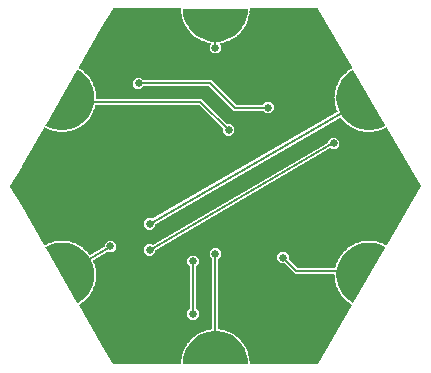
<source format=gbr>
G04 EAGLE Gerber RS-274X export*
G75*
%MOMM*%
%FSLAX34Y34*%
%LPD*%
%INTop Copper*%
%IPPOS*%
%AMOC8*
5,1,8,0,0,1.08239X$1,22.5*%
G01*
%ADD10C,1.000000*%
%ADD11C,0.656400*%
%ADD12C,0.203200*%

G36*
X-67572Y319D02*
X-67572Y319D01*
X-67544Y316D01*
X-67476Y339D01*
X-67405Y353D01*
X-67382Y369D01*
X-67355Y378D01*
X-67300Y425D01*
X-67282Y438D01*
X-29532Y438D01*
X-29527Y439D01*
X-29522Y438D01*
X-29429Y458D01*
X-29335Y477D01*
X-29331Y480D01*
X-29326Y481D01*
X-29248Y537D01*
X-29170Y590D01*
X-29167Y594D01*
X-29163Y597D01*
X-29112Y679D01*
X-29060Y758D01*
X-29060Y763D01*
X-29057Y768D01*
X-29025Y945D01*
X-29025Y1684D01*
X-28994Y1726D01*
X-28991Y1738D01*
X-28985Y1747D01*
X-28975Y1800D01*
X-28949Y1901D01*
X-28780Y4157D01*
X-28789Y4227D01*
X-28789Y4298D01*
X-28801Y4328D01*
X-28805Y4356D01*
X-28830Y4401D01*
X-28856Y4465D01*
X-28859Y4470D01*
X-28715Y5102D01*
X-28714Y5137D01*
X-28703Y5177D01*
X-28655Y5824D01*
X-28651Y5828D01*
X-28607Y5884D01*
X-28558Y5934D01*
X-28545Y5964D01*
X-28528Y5986D01*
X-28514Y6036D01*
X-28487Y6100D01*
X-27960Y8409D01*
X-27958Y8480D01*
X-27948Y8550D01*
X-27955Y8581D01*
X-27955Y8610D01*
X-27974Y8658D01*
X-27989Y8725D01*
X-27992Y8730D01*
X-27755Y9334D01*
X-27748Y9368D01*
X-27732Y9406D01*
X-27588Y10039D01*
X-27583Y10042D01*
X-27532Y10091D01*
X-27475Y10133D01*
X-27458Y10161D01*
X-27438Y10180D01*
X-27417Y10227D01*
X-27381Y10286D01*
X-26515Y12492D01*
X-26503Y12561D01*
X-26483Y12629D01*
X-26485Y12661D01*
X-26480Y12689D01*
X-26492Y12739D01*
X-26498Y12808D01*
X-26499Y12813D01*
X-26175Y13375D01*
X-26163Y13408D01*
X-26153Y13425D01*
X-26144Y13439D01*
X-26144Y13440D01*
X-26142Y13444D01*
X-25905Y14048D01*
X-25899Y14050D01*
X-25842Y14090D01*
X-25779Y14124D01*
X-25758Y14149D01*
X-25735Y14165D01*
X-25708Y14208D01*
X-25663Y14261D01*
X-24478Y16313D01*
X-24456Y16380D01*
X-24426Y16444D01*
X-24423Y16476D01*
X-24415Y16503D01*
X-24418Y16554D01*
X-24414Y16623D01*
X-24414Y16629D01*
X-24010Y17136D01*
X-23994Y17167D01*
X-23967Y17199D01*
X-23643Y17761D01*
X-23637Y17762D01*
X-23574Y17794D01*
X-23508Y17817D01*
X-23483Y17839D01*
X-23458Y17851D01*
X-23424Y17890D01*
X-23372Y17936D01*
X-21895Y19788D01*
X-21863Y19851D01*
X-21823Y19909D01*
X-21816Y19942D01*
X-21803Y19966D01*
X-21799Y20018D01*
X-21785Y20085D01*
X-21784Y20091D01*
X-21309Y20532D01*
X-21288Y20561D01*
X-21257Y20588D01*
X-20853Y21095D01*
X-20847Y21096D01*
X-20780Y21117D01*
X-20711Y21131D01*
X-20683Y21149D01*
X-20656Y21157D01*
X-20617Y21191D01*
X-20559Y21228D01*
X-18822Y22839D01*
X-18781Y22897D01*
X-18733Y22949D01*
X-18721Y22979D01*
X-18705Y23002D01*
X-18693Y23052D01*
X-18669Y23117D01*
X-18668Y23122D01*
X-18132Y23488D01*
X-18107Y23513D01*
X-18072Y23535D01*
X-17597Y23977D01*
X-17591Y23976D01*
X-17522Y23988D01*
X-17451Y23991D01*
X-17421Y24004D01*
X-17393Y24009D01*
X-17350Y24036D01*
X-17286Y24064D01*
X-15329Y25399D01*
X-15294Y25434D01*
X-15278Y25445D01*
X-15271Y25456D01*
X-15225Y25494D01*
X-15209Y25522D01*
X-15189Y25542D01*
X-15170Y25590D01*
X-15136Y25650D01*
X-15134Y25656D01*
X-14549Y25937D01*
X-14522Y25958D01*
X-14484Y25975D01*
X-13948Y26341D01*
X-13942Y26340D01*
X-13872Y26340D01*
X-13801Y26333D01*
X-13770Y26342D01*
X-13742Y26342D01*
X-13695Y26362D01*
X-13628Y26381D01*
X-11493Y27409D01*
X-11437Y27451D01*
X-11376Y27487D01*
X-11356Y27513D01*
X-11334Y27530D01*
X-11308Y27574D01*
X-11265Y27629D01*
X-11262Y27634D01*
X-10642Y27825D01*
X-10612Y27842D01*
X-10572Y27853D01*
X-9987Y28134D01*
X-9982Y28132D01*
X-9912Y28123D01*
X-9844Y28105D01*
X-9811Y28109D01*
X-9783Y28105D01*
X-9733Y28118D01*
X-9665Y28126D01*
X-7401Y28825D01*
X-7339Y28859D01*
X-7273Y28885D01*
X-7250Y28907D01*
X-7225Y28921D01*
X-7193Y28961D01*
X-7142Y29008D01*
X-7139Y29013D01*
X-6498Y29109D01*
X-6465Y29121D01*
X-6424Y29126D01*
X-5803Y29318D01*
X-5799Y29315D01*
X-5731Y29295D01*
X-5666Y29267D01*
X-5633Y29266D01*
X-5606Y29258D01*
X-5555Y29264D01*
X-5486Y29262D01*
X-3143Y29615D01*
X-3077Y29639D01*
X-3008Y29655D01*
X-2981Y29674D01*
X-2955Y29683D01*
X-2917Y29718D01*
X-2860Y29758D01*
X-2743Y29875D01*
X-2686Y29914D01*
X-2683Y29918D01*
X-2679Y29921D01*
X-2628Y30003D01*
X-2576Y30082D01*
X-2576Y30087D01*
X-2573Y30092D01*
X-2541Y30269D01*
X-2541Y89195D01*
X-2542Y89203D01*
X-2541Y89211D01*
X-2562Y89301D01*
X-2580Y89392D01*
X-2585Y89398D01*
X-2587Y89406D01*
X-2689Y89554D01*
X-4807Y91671D01*
X-4807Y95654D01*
X-1991Y98469D01*
X1991Y98469D01*
X4807Y95654D01*
X4807Y91671D01*
X2689Y89554D01*
X2685Y89547D01*
X2679Y89543D01*
X2630Y89464D01*
X2578Y89387D01*
X2577Y89379D01*
X2573Y89373D01*
X2541Y89195D01*
X2541Y30269D01*
X2542Y30264D01*
X2541Y30259D01*
X2562Y30166D01*
X2580Y30072D01*
X2583Y30068D01*
X2584Y30063D01*
X2640Y29985D01*
X2693Y29907D01*
X2697Y29904D01*
X2700Y29900D01*
X2748Y29870D01*
X2860Y29758D01*
X2919Y29719D01*
X2973Y29673D01*
X3004Y29662D01*
X3027Y29647D01*
X3078Y29637D01*
X3143Y29615D01*
X5486Y29262D01*
X5557Y29265D01*
X5627Y29260D01*
X5658Y29270D01*
X5686Y29272D01*
X5733Y29294D01*
X5799Y29315D01*
X5803Y29318D01*
X6424Y29126D01*
X6458Y29123D01*
X6498Y29109D01*
X7139Y29013D01*
X7142Y29008D01*
X7195Y28961D01*
X7241Y28908D01*
X7270Y28893D01*
X7291Y28874D01*
X7340Y28857D01*
X7401Y28825D01*
X9665Y28126D01*
X9735Y28119D01*
X9804Y28104D01*
X9836Y28109D01*
X9864Y28106D01*
X9914Y28121D01*
X9982Y28132D01*
X9987Y28134D01*
X10572Y27853D01*
X10605Y27844D01*
X10642Y27825D01*
X11262Y27634D01*
X11265Y27629D01*
X11310Y27574D01*
X11348Y27515D01*
X11374Y27495D01*
X11392Y27474D01*
X11437Y27449D01*
X11493Y27409D01*
X13628Y26381D01*
X13696Y26363D01*
X13762Y26338D01*
X13795Y26338D01*
X13822Y26331D01*
X13873Y26339D01*
X13942Y26340D01*
X13948Y26341D01*
X14484Y25975D01*
X14516Y25962D01*
X14549Y25937D01*
X15134Y25656D01*
X15136Y25650D01*
X15172Y25590D01*
X15201Y25525D01*
X15224Y25502D01*
X15238Y25478D01*
X15280Y25447D01*
X15286Y25441D01*
X15293Y25431D01*
X15302Y25425D01*
X15329Y25399D01*
X17286Y24064D01*
X17351Y24037D01*
X17413Y24002D01*
X17445Y23997D01*
X17471Y23986D01*
X17522Y23986D01*
X17591Y23976D01*
X17597Y23977D01*
X18072Y23535D01*
X18102Y23517D01*
X18132Y23488D01*
X18668Y23122D01*
X18669Y23117D01*
X18695Y23052D01*
X18714Y22984D01*
X18734Y22957D01*
X18744Y22931D01*
X18781Y22895D01*
X18822Y22839D01*
X20559Y21228D01*
X20619Y21191D01*
X20674Y21147D01*
X20706Y21138D01*
X20730Y21123D01*
X20781Y21116D01*
X20847Y21096D01*
X20853Y21095D01*
X21257Y20588D01*
X21284Y20566D01*
X21309Y20532D01*
X21784Y20091D01*
X21785Y20085D01*
X21801Y20017D01*
X21809Y19947D01*
X21825Y19918D01*
X21831Y19891D01*
X21862Y19849D01*
X21895Y19788D01*
X23372Y17936D01*
X23426Y17891D01*
X23474Y17839D01*
X23504Y17825D01*
X23525Y17807D01*
X23575Y17792D01*
X23637Y17762D01*
X23643Y17761D01*
X23967Y17199D01*
X23990Y17173D01*
X24010Y17136D01*
X24414Y16629D01*
X24414Y16623D01*
X24420Y16553D01*
X24418Y16483D01*
X24429Y16452D01*
X24431Y16424D01*
X24455Y16378D01*
X24478Y16313D01*
X25663Y14261D01*
X25710Y14208D01*
X25750Y14150D01*
X25777Y14132D01*
X25796Y14111D01*
X25842Y14088D01*
X25899Y14050D01*
X25905Y14048D01*
X26142Y13444D01*
X26149Y13432D01*
X26152Y13420D01*
X26165Y13402D01*
X26175Y13375D01*
X26499Y12813D01*
X26498Y12808D01*
X26493Y12738D01*
X26480Y12668D01*
X26487Y12636D01*
X26485Y12608D01*
X26502Y12559D01*
X26515Y12492D01*
X27381Y10286D01*
X27419Y10227D01*
X27450Y10163D01*
X27474Y10141D01*
X27489Y10118D01*
X27532Y10089D01*
X27583Y10042D01*
X27588Y10039D01*
X27732Y9406D01*
X27746Y9375D01*
X27755Y9334D01*
X27992Y8730D01*
X27989Y8725D01*
X27975Y8656D01*
X27952Y8589D01*
X27953Y8556D01*
X27947Y8529D01*
X27957Y8478D01*
X27960Y8409D01*
X28487Y6099D01*
X28516Y6035D01*
X28537Y5968D01*
X28558Y5942D01*
X28569Y5917D01*
X28607Y5882D01*
X28651Y5828D01*
X28655Y5824D01*
X28703Y5177D01*
X28713Y5144D01*
X28715Y5102D01*
X28859Y4470D01*
X28856Y4465D01*
X28831Y4399D01*
X28798Y4336D01*
X28795Y4304D01*
X28785Y4277D01*
X28787Y4226D01*
X28780Y4157D01*
X28949Y1901D01*
X28973Y1814D01*
X28993Y1728D01*
X29000Y1718D01*
X29003Y1708D01*
X29025Y1680D01*
X29025Y945D01*
X29026Y940D01*
X29025Y935D01*
X29046Y841D01*
X29064Y748D01*
X29067Y744D01*
X29068Y739D01*
X29124Y661D01*
X29177Y583D01*
X29181Y580D01*
X29184Y575D01*
X29266Y525D01*
X29345Y473D01*
X29350Y472D01*
X29355Y470D01*
X29532Y438D01*
X67273Y438D01*
X67327Y406D01*
X67384Y362D01*
X67412Y355D01*
X67436Y341D01*
X67536Y324D01*
X67577Y314D01*
X67587Y315D01*
X67600Y313D01*
X86600Y313D01*
X86676Y329D01*
X86754Y337D01*
X86773Y348D01*
X86795Y353D01*
X86859Y397D01*
X86927Y435D01*
X86943Y454D01*
X86959Y465D01*
X86983Y503D01*
X87006Y531D01*
X87049Y554D01*
X87067Y576D01*
X87088Y590D01*
X87117Y635D01*
X87165Y691D01*
X115599Y49940D01*
X115627Y50022D01*
X115659Y50103D01*
X115659Y50117D01*
X115663Y50130D01*
X115657Y50216D01*
X115655Y50303D01*
X115650Y50316D01*
X115649Y50330D01*
X115609Y50407D01*
X115574Y50486D01*
X115564Y50497D01*
X115558Y50508D01*
X115515Y50544D01*
X115446Y50613D01*
X115338Y50686D01*
X115322Y50693D01*
X115306Y50706D01*
X114633Y51094D01*
X114612Y51142D01*
X114604Y51150D01*
X114599Y51160D01*
X114558Y51195D01*
X114484Y51268D01*
X112612Y52544D01*
X112547Y52571D01*
X112485Y52606D01*
X112453Y52611D01*
X112427Y52621D01*
X112376Y52622D01*
X112307Y52631D01*
X112301Y52631D01*
X111826Y53072D01*
X111796Y53090D01*
X111766Y53120D01*
X111230Y53485D01*
X111229Y53490D01*
X111202Y53556D01*
X111184Y53624D01*
X111164Y53650D01*
X111154Y53676D01*
X111117Y53712D01*
X111076Y53768D01*
X109337Y55380D01*
X109276Y55417D01*
X109221Y55461D01*
X109190Y55470D01*
X109166Y55485D01*
X109115Y55492D01*
X109048Y55512D01*
X109043Y55513D01*
X108638Y56020D01*
X108612Y56042D01*
X108587Y56076D01*
X108111Y56517D01*
X108111Y56522D01*
X108094Y56591D01*
X108086Y56661D01*
X108070Y56690D01*
X108064Y56717D01*
X108033Y56759D01*
X108000Y56820D01*
X106521Y58673D01*
X106467Y58719D01*
X106419Y58770D01*
X106389Y58784D01*
X106368Y58802D01*
X106318Y58817D01*
X106256Y58847D01*
X106250Y58848D01*
X105926Y59410D01*
X105903Y59436D01*
X105883Y59473D01*
X105478Y59980D01*
X105479Y59985D01*
X105473Y60056D01*
X105475Y60126D01*
X105464Y60157D01*
X105462Y60185D01*
X105438Y60231D01*
X105414Y60296D01*
X104228Y62349D01*
X104181Y62402D01*
X104141Y62460D01*
X104114Y62478D01*
X104095Y62499D01*
X104049Y62522D01*
X103991Y62560D01*
X103986Y62562D01*
X103749Y63166D01*
X103730Y63195D01*
X103716Y63235D01*
X103391Y63797D01*
X103393Y63802D01*
X103397Y63872D01*
X103410Y63942D01*
X103404Y63974D01*
X103405Y64002D01*
X103388Y64051D01*
X103375Y64119D01*
X102508Y66326D01*
X102470Y66385D01*
X102439Y66448D01*
X102414Y66471D01*
X102399Y66494D01*
X102357Y66523D01*
X102305Y66570D01*
X102301Y66573D01*
X102156Y67205D01*
X102142Y67237D01*
X102134Y67278D01*
X101897Y67882D01*
X101899Y67887D01*
X101914Y67956D01*
X101937Y68022D01*
X101935Y68055D01*
X101941Y68083D01*
X101931Y68133D01*
X101928Y68202D01*
X101400Y70514D01*
X101371Y70578D01*
X101350Y70646D01*
X101329Y70671D01*
X101317Y70697D01*
X101280Y70732D01*
X101236Y70786D01*
X101232Y70789D01*
X101183Y71437D01*
X101174Y71470D01*
X101172Y71511D01*
X101027Y72144D01*
X101030Y72149D01*
X101055Y72215D01*
X101088Y72277D01*
X101091Y72310D01*
X101101Y72336D01*
X101099Y72388D01*
X101106Y72456D01*
X100929Y74821D01*
X100909Y74889D01*
X100899Y74959D01*
X100882Y74987D01*
X100874Y75014D01*
X100842Y75054D01*
X100807Y75114D01*
X100803Y75118D01*
X100852Y75765D01*
X100847Y75800D01*
X100852Y75841D01*
X100817Y76303D01*
X100794Y76386D01*
X100775Y76470D01*
X100767Y76482D01*
X100763Y76496D01*
X100709Y76563D01*
X100659Y76634D01*
X100647Y76641D01*
X100638Y76652D01*
X100562Y76694D01*
X100489Y76740D01*
X100474Y76742D01*
X100462Y76749D01*
X100407Y76755D01*
X100311Y76772D01*
X67273Y76772D01*
X58512Y85532D01*
X58506Y85537D01*
X58501Y85543D01*
X58422Y85592D01*
X58345Y85643D01*
X58337Y85645D01*
X58331Y85649D01*
X58153Y85681D01*
X55159Y85681D01*
X52343Y88496D01*
X52343Y92479D01*
X55159Y95294D01*
X59141Y95294D01*
X61957Y92479D01*
X61957Y89484D01*
X61958Y89476D01*
X61957Y89469D01*
X61978Y89379D01*
X61996Y89288D01*
X62001Y89281D01*
X62003Y89273D01*
X62105Y89125D01*
X69229Y82002D01*
X69235Y81997D01*
X69240Y81991D01*
X69319Y81942D01*
X69396Y81891D01*
X69404Y81889D01*
X69410Y81885D01*
X69588Y81853D01*
X101165Y81853D01*
X101214Y81863D01*
X101263Y81863D01*
X101311Y81883D01*
X101362Y81893D01*
X101403Y81921D01*
X101448Y81940D01*
X101485Y81976D01*
X101527Y82005D01*
X101554Y82047D01*
X101589Y82082D01*
X101612Y82135D01*
X101637Y82174D01*
X101643Y82209D01*
X101660Y82248D01*
X101923Y83405D01*
X101925Y83475D01*
X101935Y83545D01*
X101928Y83577D01*
X101928Y83605D01*
X101910Y83653D01*
X101894Y83720D01*
X101891Y83725D01*
X102128Y84329D01*
X102134Y84364D01*
X102151Y84402D01*
X102295Y85035D01*
X102300Y85038D01*
X102351Y85086D01*
X102407Y85128D01*
X102424Y85156D01*
X102445Y85176D01*
X102465Y85223D01*
X102502Y85282D01*
X103367Y87490D01*
X103380Y87559D01*
X103400Y87627D01*
X103397Y87659D01*
X103402Y87687D01*
X103391Y87737D01*
X103385Y87806D01*
X103384Y87811D01*
X103708Y88373D01*
X103719Y88406D01*
X103741Y88442D01*
X103978Y89046D01*
X103983Y89048D01*
X104041Y89089D01*
X104103Y89122D01*
X104124Y89147D01*
X104147Y89163D01*
X104174Y89207D01*
X104219Y89260D01*
X105404Y91314D01*
X105427Y91380D01*
X105457Y91444D01*
X105459Y91477D01*
X105468Y91504D01*
X105464Y91555D01*
X105469Y91624D01*
X105468Y91629D01*
X105873Y92137D01*
X105889Y92168D01*
X105915Y92200D01*
X106240Y92762D01*
X106245Y92763D01*
X106308Y92794D01*
X106319Y92797D01*
X106324Y92800D01*
X106375Y92818D01*
X106399Y92840D01*
X106424Y92852D01*
X106458Y92891D01*
X106485Y92909D01*
X106493Y92922D01*
X106510Y92937D01*
X107988Y94791D01*
X108020Y94854D01*
X108060Y94913D01*
X108067Y94945D01*
X108080Y94970D01*
X108083Y95021D01*
X108098Y95089D01*
X108098Y95094D01*
X108574Y95536D01*
X108594Y95564D01*
X108626Y95591D01*
X109030Y96099D01*
X109035Y96099D01*
X109103Y96121D01*
X109172Y96135D01*
X109200Y96152D01*
X109226Y96161D01*
X109265Y96194D01*
X109324Y96232D01*
X111061Y97845D01*
X111103Y97902D01*
X111150Y97954D01*
X111162Y97985D01*
X111178Y98008D01*
X111190Y98058D01*
X111215Y98123D01*
X111216Y98128D01*
X111752Y98494D01*
X111776Y98519D01*
X111811Y98541D01*
X112287Y98983D01*
X112292Y98982D01*
X112362Y98994D01*
X112432Y98997D01*
X112462Y99010D01*
X112490Y99015D01*
X112534Y99042D01*
X112597Y99070D01*
X114556Y100407D01*
X114605Y100457D01*
X114660Y100502D01*
X114676Y100530D01*
X114696Y100550D01*
X114715Y100598D01*
X114749Y100659D01*
X114750Y100664D01*
X115335Y100945D01*
X115363Y100966D01*
X115401Y100983D01*
X115937Y101349D01*
X115942Y101348D01*
X116013Y101349D01*
X116083Y101341D01*
X116114Y101350D01*
X116142Y101350D01*
X116190Y101371D01*
X116256Y101390D01*
X118393Y102419D01*
X118449Y102462D01*
X118510Y102497D01*
X118530Y102523D01*
X118552Y102540D01*
X118578Y102585D01*
X118621Y102639D01*
X118623Y102644D01*
X119244Y102835D01*
X119274Y102852D01*
X119314Y102863D01*
X119899Y103145D01*
X119904Y103143D01*
X119974Y103133D01*
X120042Y103116D01*
X120075Y103120D01*
X120102Y103116D01*
X120152Y103129D01*
X120221Y103137D01*
X122487Y103837D01*
X122549Y103871D01*
X122614Y103897D01*
X122638Y103919D01*
X122663Y103933D01*
X122695Y103973D01*
X122745Y104021D01*
X122748Y104025D01*
X123390Y104122D01*
X123423Y104134D01*
X123464Y104139D01*
X124084Y104330D01*
X124089Y104328D01*
X124157Y104308D01*
X124221Y104280D01*
X124254Y104279D01*
X124281Y104271D01*
X124332Y104277D01*
X124402Y104275D01*
X126746Y104629D01*
X126813Y104653D01*
X126881Y104669D01*
X126908Y104688D01*
X126935Y104697D01*
X126973Y104733D01*
X127029Y104772D01*
X127033Y104776D01*
X127682Y104776D01*
X127716Y104783D01*
X127758Y104782D01*
X128399Y104879D01*
X128404Y104875D01*
X128468Y104845D01*
X128528Y104808D01*
X128560Y104802D01*
X128585Y104791D01*
X128637Y104789D01*
X128705Y104776D01*
X131076Y104777D01*
X131146Y104791D01*
X131216Y104797D01*
X131245Y104811D01*
X131273Y104817D01*
X131316Y104846D01*
X131378Y104876D01*
X131382Y104880D01*
X132024Y104783D01*
X132058Y104785D01*
X132099Y104777D01*
X132748Y104778D01*
X132752Y104774D01*
X132811Y104735D01*
X132865Y104689D01*
X132896Y104678D01*
X132919Y104663D01*
X132970Y104653D01*
X133035Y104631D01*
X135380Y104278D01*
X135451Y104282D01*
X135521Y104277D01*
X135552Y104287D01*
X135580Y104288D01*
X135627Y104310D01*
X135693Y104331D01*
X135698Y104334D01*
X136318Y104143D01*
X136352Y104139D01*
X136392Y104126D01*
X137033Y104030D01*
X137037Y104025D01*
X137089Y103978D01*
X137135Y103925D01*
X137164Y103909D01*
X137185Y103891D01*
X137234Y103873D01*
X137295Y103842D01*
X139562Y103144D01*
X139632Y103136D01*
X139701Y103121D01*
X139733Y103126D01*
X139761Y103123D01*
X139810Y103139D01*
X139879Y103150D01*
X139884Y103151D01*
X140469Y102870D01*
X140502Y102861D01*
X140539Y102842D01*
X141159Y102651D01*
X141162Y102646D01*
X141206Y102592D01*
X141244Y102532D01*
X141271Y102513D01*
X141289Y102491D01*
X141334Y102467D01*
X141390Y102426D01*
X143431Y101444D01*
X143518Y101422D01*
X143603Y101396D01*
X143615Y101397D01*
X143626Y101395D01*
X143660Y101400D01*
X144330Y101014D01*
X144347Y101008D01*
X144363Y100996D01*
X144498Y100931D01*
X144582Y100910D01*
X144665Y100884D01*
X144679Y100885D01*
X144692Y100882D01*
X144778Y100894D01*
X144864Y100902D01*
X144877Y100909D01*
X144891Y100911D01*
X144964Y100956D01*
X145041Y100997D01*
X145051Y101008D01*
X145062Y101015D01*
X145095Y101060D01*
X145157Y101135D01*
X173766Y150686D01*
X173790Y150756D01*
X173821Y150823D01*
X173822Y150850D01*
X173830Y150876D01*
X173825Y150950D01*
X173827Y151024D01*
X173817Y151051D01*
X173816Y151076D01*
X173791Y151123D01*
X173766Y151193D01*
X145272Y200546D01*
X145215Y200611D01*
X145161Y200679D01*
X145149Y200685D01*
X145139Y200696D01*
X145062Y200734D01*
X144986Y200776D01*
X144972Y200777D01*
X144959Y200783D01*
X144872Y200788D01*
X144786Y200797D01*
X144772Y200793D01*
X144759Y200794D01*
X144706Y200775D01*
X144613Y200749D01*
X144363Y200629D01*
X144349Y200618D01*
X144330Y200611D01*
X143657Y200223D01*
X143605Y200229D01*
X143593Y200225D01*
X143583Y200226D01*
X143532Y200208D01*
X143431Y200181D01*
X141390Y199199D01*
X141334Y199156D01*
X141273Y199120D01*
X141253Y199095D01*
X141230Y199078D01*
X141205Y199033D01*
X141162Y198979D01*
X141159Y198974D01*
X140539Y198783D01*
X140509Y198766D01*
X140469Y198755D01*
X139884Y198474D01*
X139879Y198475D01*
X139809Y198485D01*
X139740Y198503D01*
X139708Y198499D01*
X139680Y198503D01*
X139630Y198490D01*
X139562Y198481D01*
X137295Y197783D01*
X137233Y197750D01*
X137168Y197723D01*
X137144Y197701D01*
X137119Y197688D01*
X137087Y197647D01*
X137037Y197600D01*
X137033Y197595D01*
X136392Y197499D01*
X136359Y197487D01*
X136318Y197482D01*
X135698Y197291D01*
X135693Y197294D01*
X135625Y197314D01*
X135560Y197342D01*
X135528Y197342D01*
X135501Y197350D01*
X135449Y197345D01*
X135380Y197347D01*
X133035Y196994D01*
X132969Y196970D01*
X132900Y196954D01*
X132873Y196935D01*
X132847Y196926D01*
X132809Y196891D01*
X132752Y196851D01*
X132748Y196847D01*
X132099Y196848D01*
X132065Y196841D01*
X132024Y196842D01*
X131382Y196745D01*
X131378Y196749D01*
X131314Y196779D01*
X131254Y196816D01*
X131221Y196822D01*
X131196Y196834D01*
X131144Y196836D01*
X131076Y196848D01*
X128705Y196849D01*
X128636Y196835D01*
X128565Y196829D01*
X128536Y196815D01*
X128509Y196809D01*
X128466Y196780D01*
X128404Y196750D01*
X128399Y196746D01*
X127758Y196843D01*
X127723Y196842D01*
X127682Y196849D01*
X127033Y196849D01*
X127029Y196853D01*
X126971Y196892D01*
X126917Y196938D01*
X126886Y196949D01*
X126862Y196964D01*
X126812Y196974D01*
X126746Y196996D01*
X124402Y197350D01*
X124331Y197347D01*
X124261Y197352D01*
X124229Y197342D01*
X124201Y197340D01*
X124155Y197318D01*
X124089Y197297D01*
X124084Y197295D01*
X123464Y197486D01*
X123430Y197490D01*
X123390Y197503D01*
X122748Y197600D01*
X122745Y197604D01*
X122693Y197652D01*
X122647Y197705D01*
X122617Y197720D01*
X122597Y197739D01*
X122548Y197756D01*
X122487Y197788D01*
X120221Y198488D01*
X120151Y198495D01*
X120082Y198510D01*
X120049Y198505D01*
X120021Y198508D01*
X119972Y198493D01*
X119904Y198482D01*
X119899Y198480D01*
X119314Y198762D01*
X119280Y198770D01*
X119244Y198790D01*
X118624Y198981D01*
X118621Y198986D01*
X118576Y199040D01*
X118538Y199100D01*
X118512Y199119D01*
X118494Y199141D01*
X118449Y199165D01*
X118393Y199206D01*
X116256Y200235D01*
X116188Y200253D01*
X116122Y200278D01*
X116089Y200278D01*
X116062Y200285D01*
X116011Y200278D01*
X115942Y200277D01*
X115937Y200276D01*
X115401Y200642D01*
X115369Y200655D01*
X115335Y200680D01*
X114750Y200961D01*
X114749Y200966D01*
X114734Y200992D01*
X114730Y201007D01*
X114707Y201040D01*
X114684Y201092D01*
X114661Y201115D01*
X114646Y201139D01*
X114626Y201154D01*
X114614Y201171D01*
X114586Y201188D01*
X114556Y201218D01*
X112597Y202555D01*
X112532Y202582D01*
X112470Y202617D01*
X112438Y202622D01*
X112412Y202633D01*
X112361Y202633D01*
X112292Y202643D01*
X112287Y202642D01*
X111811Y203084D01*
X111782Y203102D01*
X111752Y203131D01*
X111216Y203497D01*
X111215Y203502D01*
X111188Y203568D01*
X111170Y203636D01*
X111150Y203662D01*
X111139Y203688D01*
X111103Y203725D01*
X111061Y203780D01*
X109324Y205393D01*
X109264Y205430D01*
X109208Y205474D01*
X109177Y205483D01*
X109153Y205498D01*
X109102Y205506D01*
X109035Y205526D01*
X109030Y205526D01*
X108626Y206034D01*
X108599Y206056D01*
X108574Y206089D01*
X108098Y206531D01*
X108098Y206536D01*
X108082Y206605D01*
X108074Y206675D01*
X108058Y206704D01*
X108051Y206731D01*
X108021Y206773D01*
X107988Y206834D01*
X106510Y208688D01*
X106456Y208733D01*
X106408Y208785D01*
X106378Y208799D01*
X106357Y208817D01*
X106308Y208832D01*
X106245Y208862D01*
X106236Y208864D01*
X106179Y208927D01*
X106116Y208998D01*
X106111Y209001D01*
X106108Y209004D01*
X106021Y209044D01*
X105936Y209086D01*
X105930Y209086D01*
X105926Y209088D01*
X105830Y209091D01*
X105735Y209096D01*
X105731Y209094D01*
X105725Y209095D01*
X105556Y209034D01*
X-50502Y119048D01*
X-50557Y118999D01*
X-50618Y118956D01*
X-50632Y118933D01*
X-50652Y118915D01*
X-50685Y118849D01*
X-50724Y118786D01*
X-50729Y118757D01*
X-50740Y118735D01*
X-50743Y118681D01*
X-50756Y118608D01*
X-50756Y117071D01*
X-53571Y114256D01*
X-57554Y114256D01*
X-60369Y117071D01*
X-60369Y121054D01*
X-57554Y123869D01*
X-53571Y123869D01*
X-53386Y123684D01*
X-53353Y123662D01*
X-53326Y123633D01*
X-53270Y123607D01*
X-53219Y123573D01*
X-53180Y123566D01*
X-53144Y123549D01*
X-53083Y123547D01*
X-53022Y123535D01*
X-52984Y123544D01*
X-52944Y123542D01*
X-52877Y123566D01*
X-52826Y123577D01*
X-52804Y123592D01*
X-52774Y123603D01*
X103148Y213511D01*
X103199Y213556D01*
X103256Y213594D01*
X103274Y213622D01*
X103299Y213644D01*
X103328Y213705D01*
X103366Y213762D01*
X103372Y213795D01*
X103386Y213824D01*
X103390Y213892D01*
X103402Y213959D01*
X103395Y213994D01*
X103397Y214024D01*
X103380Y214071D01*
X103367Y214136D01*
X102502Y216343D01*
X102464Y216403D01*
X102433Y216466D01*
X102408Y216488D01*
X102393Y216512D01*
X102351Y216541D01*
X102300Y216587D01*
X102295Y216590D01*
X102151Y217223D01*
X102136Y217255D01*
X102128Y217296D01*
X101891Y217900D01*
X101894Y217905D01*
X101909Y217973D01*
X101932Y218040D01*
X101930Y218073D01*
X101936Y218101D01*
X101927Y218151D01*
X101923Y218220D01*
X101396Y220532D01*
X101368Y220597D01*
X101346Y220664D01*
X101326Y220690D01*
X101314Y220715D01*
X101276Y220750D01*
X101233Y220804D01*
X101229Y220808D01*
X101180Y221455D01*
X101171Y221488D01*
X101169Y221530D01*
X101025Y222162D01*
X101028Y222167D01*
X101053Y222233D01*
X101086Y222296D01*
X101089Y222328D01*
X101099Y222355D01*
X101097Y222406D01*
X101104Y222475D01*
X100928Y224840D01*
X100909Y224908D01*
X100898Y224977D01*
X100881Y225006D01*
X100874Y225033D01*
X100842Y225073D01*
X100807Y225133D01*
X100803Y225137D01*
X100852Y225784D01*
X100847Y225818D01*
X100852Y225860D01*
X100803Y226507D01*
X100807Y226511D01*
X100842Y226573D01*
X100883Y226630D01*
X100892Y226661D01*
X100905Y226686D01*
X100911Y226737D01*
X100929Y226804D01*
X101106Y229169D01*
X101103Y229195D01*
X101107Y229218D01*
X101098Y229261D01*
X101097Y229309D01*
X101085Y229340D01*
X101082Y229367D01*
X101069Y229389D01*
X101064Y229413D01*
X101045Y229440D01*
X101030Y229476D01*
X101027Y229481D01*
X101172Y230114D01*
X101173Y230148D01*
X101183Y230188D01*
X101232Y230836D01*
X101236Y230839D01*
X101267Y230879D01*
X101271Y230881D01*
X101279Y230894D01*
X101280Y230895D01*
X101329Y230945D01*
X101342Y230975D01*
X101359Y230997D01*
X101369Y231032D01*
X101380Y231049D01*
X101384Y231074D01*
X101400Y231111D01*
X101928Y233423D01*
X101930Y233493D01*
X101940Y233563D01*
X101933Y233595D01*
X101933Y233623D01*
X101915Y233671D01*
X101899Y233738D01*
X101897Y233743D01*
X102134Y234347D01*
X102140Y234382D01*
X102156Y234420D01*
X102301Y235052D01*
X102305Y235055D01*
X102357Y235104D01*
X102413Y235146D01*
X102430Y235174D01*
X102451Y235193D01*
X102472Y235241D01*
X102508Y235299D01*
X103375Y237506D01*
X103387Y237576D01*
X103408Y237644D01*
X103405Y237676D01*
X103410Y237704D01*
X103399Y237754D01*
X103393Y237823D01*
X103391Y237828D01*
X103716Y238390D01*
X103727Y238423D01*
X103749Y238459D01*
X103986Y239063D01*
X103991Y239065D01*
X104049Y239105D01*
X104111Y239138D01*
X104133Y239164D01*
X104156Y239180D01*
X104183Y239223D01*
X104228Y239276D01*
X105414Y241329D01*
X105437Y241396D01*
X105467Y241460D01*
X105469Y241493D01*
X105478Y241519D01*
X105474Y241571D01*
X105479Y241640D01*
X105478Y241645D01*
X105883Y242152D01*
X105899Y242183D01*
X105926Y242215D01*
X106250Y242777D01*
X106256Y242778D01*
X106319Y242810D01*
X106386Y242833D01*
X106410Y242855D01*
X106435Y242867D01*
X106469Y242906D01*
X106521Y242952D01*
X108000Y244805D01*
X108032Y244868D01*
X108072Y244927D01*
X108079Y244959D01*
X108092Y244984D01*
X108096Y245035D01*
X108111Y245103D01*
X108111Y245108D01*
X108587Y245549D01*
X108607Y245578D01*
X108619Y245588D01*
X108624Y245592D01*
X108626Y245594D01*
X108638Y245605D01*
X109043Y246112D01*
X109048Y246113D01*
X109116Y246134D01*
X109185Y246148D01*
X109213Y246165D01*
X109239Y246174D01*
X109279Y246208D01*
X109337Y246245D01*
X111076Y247857D01*
X111117Y247915D01*
X111165Y247966D01*
X111176Y247997D01*
X111193Y248020D01*
X111204Y248070D01*
X111229Y248135D01*
X111230Y248140D01*
X111766Y248505D01*
X111791Y248530D01*
X111826Y248553D01*
X112301Y248994D01*
X112307Y248994D01*
X112377Y249005D01*
X112447Y249008D01*
X112477Y249021D01*
X112505Y249026D01*
X112549Y249053D01*
X112612Y249081D01*
X114484Y250357D01*
X114546Y250420D01*
X114611Y250482D01*
X114616Y250493D01*
X114624Y250500D01*
X114636Y250533D01*
X115306Y250919D01*
X115319Y250931D01*
X115338Y250939D01*
X115551Y251084D01*
X115612Y251146D01*
X115675Y251205D01*
X115681Y251217D01*
X115691Y251227D01*
X115723Y251308D01*
X115759Y251387D01*
X115760Y251401D01*
X115765Y251414D01*
X115763Y251501D01*
X115766Y251587D01*
X115761Y251601D01*
X115760Y251614D01*
X115738Y251665D01*
X115719Y251717D01*
X115716Y251732D01*
X115711Y251738D01*
X115705Y251757D01*
X87165Y301188D01*
X87116Y301243D01*
X87073Y301304D01*
X87050Y301318D01*
X87033Y301338D01*
X86966Y301370D01*
X86903Y301409D01*
X86875Y301415D01*
X86852Y301425D01*
X86799Y301428D01*
X86726Y301441D01*
X29548Y301441D01*
X29463Y301424D01*
X29377Y301412D01*
X29365Y301405D01*
X29352Y301402D01*
X29280Y301353D01*
X29206Y301308D01*
X29197Y301297D01*
X29186Y301289D01*
X29139Y301217D01*
X29087Y301146D01*
X29084Y301132D01*
X29077Y301121D01*
X29067Y301066D01*
X29042Y300972D01*
X29026Y300756D01*
X29028Y300738D01*
X29025Y300718D01*
X29025Y299941D01*
X28994Y299899D01*
X28991Y299887D01*
X28985Y299878D01*
X28975Y299825D01*
X28949Y299724D01*
X28780Y297468D01*
X28789Y297398D01*
X28789Y297327D01*
X28801Y297297D01*
X28805Y297269D01*
X28830Y297224D01*
X28856Y297160D01*
X28859Y297155D01*
X28715Y296523D01*
X28714Y296488D01*
X28703Y296448D01*
X28655Y295801D01*
X28651Y295797D01*
X28607Y295741D01*
X28558Y295691D01*
X28545Y295661D01*
X28528Y295639D01*
X28514Y295589D01*
X28487Y295526D01*
X27960Y293216D01*
X27958Y293148D01*
X27951Y293111D01*
X27952Y293106D01*
X27948Y293075D01*
X27955Y293044D01*
X27955Y293015D01*
X27973Y292967D01*
X27989Y292900D01*
X27992Y292895D01*
X27755Y292291D01*
X27748Y292257D01*
X27732Y292219D01*
X27588Y291586D01*
X27583Y291583D01*
X27532Y291534D01*
X27475Y291492D01*
X27458Y291464D01*
X27438Y291445D01*
X27417Y291398D01*
X27381Y291339D01*
X26515Y289133D01*
X26503Y289064D01*
X26483Y288996D01*
X26485Y288964D01*
X26480Y288936D01*
X26492Y288886D01*
X26498Y288817D01*
X26499Y288812D01*
X26175Y288250D01*
X26163Y288217D01*
X26142Y288181D01*
X25905Y287577D01*
X25899Y287575D01*
X25842Y287535D01*
X25779Y287501D01*
X25758Y287476D01*
X25735Y287460D01*
X25708Y287417D01*
X25663Y287364D01*
X24478Y285312D01*
X24456Y285245D01*
X24426Y285181D01*
X24423Y285149D01*
X24415Y285122D01*
X24418Y285071D01*
X24414Y285002D01*
X24414Y284996D01*
X24010Y284489D01*
X23994Y284458D01*
X23967Y284426D01*
X23643Y283864D01*
X23637Y283863D01*
X23574Y283831D01*
X23508Y283808D01*
X23483Y283786D01*
X23458Y283774D01*
X23424Y283735D01*
X23372Y283689D01*
X21895Y281837D01*
X21863Y281774D01*
X21823Y281716D01*
X21816Y281683D01*
X21803Y281659D01*
X21799Y281607D01*
X21785Y281540D01*
X21784Y281534D01*
X21309Y281093D01*
X21288Y281064D01*
X21257Y281037D01*
X20853Y280530D01*
X20847Y280529D01*
X20780Y280508D01*
X20711Y280494D01*
X20683Y280476D01*
X20656Y280468D01*
X20617Y280434D01*
X20559Y280397D01*
X18822Y278786D01*
X18811Y278770D01*
X18804Y278766D01*
X18778Y278725D01*
X18733Y278676D01*
X18721Y278646D01*
X18705Y278623D01*
X18701Y278607D01*
X18695Y278598D01*
X18688Y278558D01*
X18669Y278508D01*
X18668Y278503D01*
X18132Y278137D01*
X18107Y278112D01*
X18072Y278090D01*
X17597Y277648D01*
X17591Y277649D01*
X17522Y277637D01*
X17451Y277634D01*
X17421Y277621D01*
X17393Y277616D01*
X17350Y277589D01*
X17286Y277561D01*
X15329Y276226D01*
X15280Y276176D01*
X15225Y276131D01*
X15209Y276103D01*
X15189Y276083D01*
X15170Y276035D01*
X15136Y275975D01*
X15134Y275969D01*
X14549Y275688D01*
X14522Y275667D01*
X14484Y275650D01*
X13948Y275284D01*
X13942Y275285D01*
X13872Y275285D01*
X13801Y275292D01*
X13770Y275283D01*
X13742Y275283D01*
X13695Y275263D01*
X13628Y275244D01*
X11493Y274216D01*
X11437Y274174D01*
X11376Y274138D01*
X11356Y274112D01*
X11334Y274095D01*
X11308Y274051D01*
X11265Y273996D01*
X11262Y273991D01*
X10642Y273800D01*
X10612Y273783D01*
X10572Y273772D01*
X9987Y273491D01*
X9982Y273493D01*
X9912Y273502D01*
X9844Y273520D01*
X9811Y273516D01*
X9783Y273520D01*
X9733Y273507D01*
X9665Y273499D01*
X7401Y272800D01*
X7387Y272793D01*
X7380Y272791D01*
X7363Y272780D01*
X7339Y272766D01*
X7273Y272740D01*
X7250Y272718D01*
X7225Y272704D01*
X7193Y272664D01*
X7142Y272617D01*
X7139Y272612D01*
X6498Y272516D01*
X6465Y272504D01*
X6424Y272499D01*
X5803Y272307D01*
X5799Y272310D01*
X5731Y272330D01*
X5666Y272358D01*
X5633Y272359D01*
X5606Y272367D01*
X5555Y272361D01*
X5486Y272363D01*
X4078Y272151D01*
X4016Y272129D01*
X3952Y272115D01*
X3923Y272095D01*
X3889Y272082D01*
X3841Y272038D01*
X3787Y272001D01*
X3768Y271971D01*
X3742Y271946D01*
X3715Y271887D01*
X3680Y271831D01*
X3674Y271796D01*
X3659Y271764D01*
X3657Y271698D01*
X3646Y271634D01*
X3654Y271599D01*
X3653Y271563D01*
X3677Y271502D01*
X3692Y271439D01*
X3714Y271407D01*
X3726Y271377D01*
X3759Y271342D01*
X3795Y271291D01*
X4807Y270279D01*
X4807Y266296D01*
X1991Y263481D01*
X-1991Y263481D01*
X-4807Y266296D01*
X-4807Y270279D01*
X-3795Y271291D01*
X-3758Y271345D01*
X-3715Y271394D01*
X-3703Y271428D01*
X-3684Y271458D01*
X-3671Y271522D01*
X-3650Y271584D01*
X-3653Y271620D01*
X-3646Y271654D01*
X-3660Y271719D01*
X-3664Y271784D01*
X-3680Y271816D01*
X-3688Y271851D01*
X-3725Y271904D01*
X-3755Y271963D01*
X-3782Y271986D01*
X-3802Y272015D01*
X-3857Y272050D01*
X-3907Y272093D01*
X-3944Y272105D01*
X-3971Y272123D01*
X-4019Y272131D01*
X-4078Y272151D01*
X-5486Y272363D01*
X-5557Y272360D01*
X-5627Y272365D01*
X-5658Y272355D01*
X-5686Y272353D01*
X-5733Y272331D01*
X-5799Y272310D01*
X-5803Y272307D01*
X-6424Y272499D01*
X-6458Y272502D01*
X-6498Y272516D01*
X-7139Y272612D01*
X-7142Y272617D01*
X-7195Y272664D01*
X-7241Y272717D01*
X-7270Y272732D01*
X-7291Y272751D01*
X-7340Y272768D01*
X-7401Y272800D01*
X-9665Y273499D01*
X-9735Y273506D01*
X-9804Y273521D01*
X-9836Y273516D01*
X-9864Y273519D01*
X-9914Y273504D01*
X-9982Y273493D01*
X-9987Y273491D01*
X-10572Y273772D01*
X-10605Y273781D01*
X-10642Y273800D01*
X-11262Y273991D01*
X-11265Y273996D01*
X-11310Y274051D01*
X-11348Y274110D01*
X-11374Y274130D01*
X-11392Y274151D01*
X-11437Y274176D01*
X-11493Y274216D01*
X-13628Y275244D01*
X-13696Y275262D01*
X-13762Y275287D01*
X-13795Y275287D01*
X-13822Y275294D01*
X-13873Y275286D01*
X-13942Y275285D01*
X-13948Y275284D01*
X-14484Y275650D01*
X-14516Y275663D01*
X-14549Y275688D01*
X-15134Y275969D01*
X-15136Y275975D01*
X-15172Y276035D01*
X-15201Y276100D01*
X-15224Y276123D01*
X-15238Y276147D01*
X-15280Y276178D01*
X-15329Y276226D01*
X-17286Y277561D01*
X-17351Y277588D01*
X-17413Y277623D01*
X-17445Y277628D01*
X-17471Y277639D01*
X-17522Y277639D01*
X-17591Y277649D01*
X-17597Y277648D01*
X-18072Y278090D01*
X-18102Y278108D01*
X-18132Y278137D01*
X-18668Y278503D01*
X-18669Y278508D01*
X-18691Y278563D01*
X-18703Y278617D01*
X-18710Y278626D01*
X-18714Y278641D01*
X-18734Y278668D01*
X-18744Y278694D01*
X-18781Y278730D01*
X-18822Y278786D01*
X-20559Y280397D01*
X-20619Y280434D01*
X-20674Y280478D01*
X-20706Y280487D01*
X-20730Y280502D01*
X-20781Y280509D01*
X-20847Y280529D01*
X-20853Y280530D01*
X-21257Y281037D01*
X-21284Y281059D01*
X-21309Y281093D01*
X-21784Y281534D01*
X-21785Y281540D01*
X-21801Y281608D01*
X-21809Y281678D01*
X-21825Y281707D01*
X-21831Y281734D01*
X-21862Y281776D01*
X-21895Y281837D01*
X-23372Y283689D01*
X-23426Y283734D01*
X-23474Y283786D01*
X-23504Y283800D01*
X-23525Y283818D01*
X-23575Y283833D01*
X-23637Y283863D01*
X-23643Y283864D01*
X-23967Y284426D01*
X-23990Y284452D01*
X-24010Y284489D01*
X-24414Y284996D01*
X-24414Y285002D01*
X-24420Y285072D01*
X-24418Y285142D01*
X-24429Y285173D01*
X-24431Y285201D01*
X-24455Y285247D01*
X-24478Y285312D01*
X-25663Y287364D01*
X-25710Y287417D01*
X-25750Y287475D01*
X-25777Y287493D01*
X-25796Y287514D01*
X-25842Y287537D01*
X-25899Y287575D01*
X-25905Y287577D01*
X-26142Y288181D01*
X-26160Y288211D01*
X-26175Y288250D01*
X-26499Y288812D01*
X-26498Y288817D01*
X-26493Y288887D01*
X-26480Y288957D01*
X-26487Y288989D01*
X-26485Y289017D01*
X-26502Y289066D01*
X-26515Y289133D01*
X-27381Y291339D01*
X-27419Y291398D01*
X-27450Y291462D01*
X-27474Y291484D01*
X-27489Y291507D01*
X-27532Y291536D01*
X-27583Y291583D01*
X-27588Y291586D01*
X-27732Y292219D01*
X-27746Y292250D01*
X-27755Y292291D01*
X-27992Y292895D01*
X-27989Y292900D01*
X-27975Y292969D01*
X-27952Y293036D01*
X-27953Y293069D01*
X-27947Y293096D01*
X-27952Y293124D01*
X-27951Y293131D01*
X-27957Y293157D01*
X-27960Y293216D01*
X-28487Y295526D01*
X-28516Y295590D01*
X-28537Y295657D01*
X-28558Y295683D01*
X-28569Y295708D01*
X-28607Y295743D01*
X-28651Y295797D01*
X-28655Y295801D01*
X-28703Y296448D01*
X-28713Y296481D01*
X-28715Y296523D01*
X-28859Y297155D01*
X-28856Y297160D01*
X-28831Y297226D01*
X-28798Y297289D01*
X-28795Y297321D01*
X-28785Y297348D01*
X-28787Y297399D01*
X-28780Y297468D01*
X-28949Y299724D01*
X-28973Y299810D01*
X-28993Y299897D01*
X-29000Y299907D01*
X-29003Y299917D01*
X-29025Y299945D01*
X-29025Y300718D01*
X-29027Y300731D01*
X-29026Y300740D01*
X-29027Y300746D01*
X-29026Y300756D01*
X-29042Y300972D01*
X-29066Y301055D01*
X-29085Y301140D01*
X-29093Y301152D01*
X-29096Y301165D01*
X-29150Y301233D01*
X-29201Y301304D01*
X-29212Y301311D01*
X-29221Y301322D01*
X-29297Y301364D01*
X-29371Y301409D01*
X-29385Y301412D01*
X-29397Y301418D01*
X-29452Y301424D01*
X-29548Y301441D01*
X-86472Y301441D01*
X-86544Y301427D01*
X-86618Y301420D01*
X-86642Y301407D01*
X-86668Y301402D01*
X-86729Y301360D01*
X-86795Y301325D01*
X-86813Y301303D01*
X-86834Y301289D01*
X-86863Y301244D01*
X-86893Y301209D01*
X-86927Y301190D01*
X-86943Y301171D01*
X-86959Y301160D01*
X-86983Y301122D01*
X-87033Y301062D01*
X-96533Y284562D01*
X-96542Y284534D01*
X-96558Y284511D01*
X-96569Y284460D01*
X-115522Y251633D01*
X-115550Y251550D01*
X-115582Y251470D01*
X-115582Y251456D01*
X-115586Y251443D01*
X-115580Y251356D01*
X-115578Y251270D01*
X-115573Y251257D01*
X-115572Y251243D01*
X-115532Y251166D01*
X-115497Y251086D01*
X-115487Y251076D01*
X-115481Y251064D01*
X-115438Y251028D01*
X-115369Y250960D01*
X-115338Y250939D01*
X-115322Y250932D01*
X-115306Y250919D01*
X-114633Y250531D01*
X-114612Y250483D01*
X-114604Y250475D01*
X-114599Y250465D01*
X-114558Y250430D01*
X-114484Y250357D01*
X-112612Y249081D01*
X-112547Y249054D01*
X-112485Y249019D01*
X-112453Y249014D01*
X-112427Y249004D01*
X-112375Y249004D01*
X-112307Y248994D01*
X-112301Y248994D01*
X-111826Y248553D01*
X-111796Y248535D01*
X-111766Y248506D01*
X-111230Y248140D01*
X-111229Y248135D01*
X-111202Y248069D01*
X-111184Y248001D01*
X-111164Y247975D01*
X-111154Y247949D01*
X-111117Y247912D01*
X-111076Y247857D01*
X-109337Y246245D01*
X-109277Y246208D01*
X-109221Y246164D01*
X-109190Y246155D01*
X-109166Y246140D01*
X-109115Y246133D01*
X-109048Y246113D01*
X-109043Y246112D01*
X-108638Y245605D01*
X-108616Y245586D01*
X-108609Y245577D01*
X-108606Y245575D01*
X-108587Y245549D01*
X-108111Y245108D01*
X-108111Y245103D01*
X-108094Y245034D01*
X-108086Y244964D01*
X-108070Y244935D01*
X-108064Y244908D01*
X-108033Y244866D01*
X-108000Y244805D01*
X-106521Y242952D01*
X-106467Y242907D01*
X-106419Y242855D01*
X-106389Y242841D01*
X-106368Y242823D01*
X-106318Y242808D01*
X-106256Y242778D01*
X-106250Y242777D01*
X-105926Y242215D01*
X-105903Y242189D01*
X-105883Y242152D01*
X-105478Y241645D01*
X-105479Y241640D01*
X-105473Y241569D01*
X-105475Y241499D01*
X-105464Y241468D01*
X-105462Y241440D01*
X-105438Y241394D01*
X-105414Y241329D01*
X-104228Y239276D01*
X-104181Y239223D01*
X-104141Y239165D01*
X-104114Y239147D01*
X-104095Y239126D01*
X-104049Y239103D01*
X-103991Y239065D01*
X-103986Y239063D01*
X-103749Y238459D01*
X-103730Y238430D01*
X-103716Y238390D01*
X-103391Y237828D01*
X-103393Y237823D01*
X-103397Y237753D01*
X-103410Y237683D01*
X-103404Y237651D01*
X-103405Y237623D01*
X-103388Y237574D01*
X-103375Y237506D01*
X-102508Y235299D01*
X-102470Y235240D01*
X-102439Y235177D01*
X-102414Y235154D01*
X-102399Y235131D01*
X-102357Y235102D01*
X-102305Y235055D01*
X-102301Y235052D01*
X-102156Y234420D01*
X-102142Y234388D01*
X-102134Y234347D01*
X-101897Y233743D01*
X-101899Y233738D01*
X-101914Y233669D01*
X-101937Y233603D01*
X-101935Y233570D01*
X-101941Y233542D01*
X-101931Y233492D01*
X-101928Y233423D01*
X-101400Y231111D01*
X-101380Y231066D01*
X-101372Y231030D01*
X-101361Y231015D01*
X-101350Y230979D01*
X-101329Y230954D01*
X-101317Y230928D01*
X-101280Y230893D01*
X-101236Y230839D01*
X-101232Y230836D01*
X-101183Y230188D01*
X-101174Y230155D01*
X-101172Y230114D01*
X-101027Y229481D01*
X-101030Y229476D01*
X-101047Y229433D01*
X-101072Y229394D01*
X-101076Y229370D01*
X-101088Y229348D01*
X-101091Y229315D01*
X-101101Y229289D01*
X-101099Y229241D01*
X-101107Y229197D01*
X-101105Y229185D01*
X-101106Y229169D01*
X-100929Y226804D01*
X-100909Y226736D01*
X-100899Y226666D01*
X-100882Y226638D01*
X-100874Y226611D01*
X-100842Y226571D01*
X-100807Y226511D01*
X-100803Y226507D01*
X-100852Y225860D01*
X-100847Y225825D01*
X-100852Y225784D01*
X-100817Y225322D01*
X-100794Y225239D01*
X-100775Y225155D01*
X-100767Y225143D01*
X-100763Y225129D01*
X-100709Y225062D01*
X-100659Y224991D01*
X-100647Y224984D01*
X-100638Y224973D01*
X-100562Y224931D01*
X-100489Y224885D01*
X-100474Y224883D01*
X-100462Y224876D01*
X-100407Y224870D01*
X-100311Y224853D01*
X-11710Y224853D01*
X-10073Y223216D01*
X9750Y203393D01*
X9757Y203388D01*
X9761Y203382D01*
X9840Y203333D01*
X9917Y203282D01*
X9925Y203280D01*
X9932Y203276D01*
X10109Y203244D01*
X13104Y203244D01*
X15919Y200429D01*
X15919Y196446D01*
X13104Y193631D01*
X9121Y193631D01*
X6306Y196446D01*
X6306Y199441D01*
X6304Y199449D01*
X6306Y199456D01*
X6285Y199546D01*
X6266Y199638D01*
X6262Y199644D01*
X6260Y199652D01*
X6157Y199800D01*
X-13666Y219623D01*
X-13673Y219628D01*
X-13677Y219634D01*
X-13756Y219683D01*
X-13833Y219734D01*
X-13841Y219736D01*
X-13848Y219740D01*
X-14025Y219772D01*
X-101165Y219772D01*
X-101214Y219762D01*
X-101263Y219762D01*
X-101311Y219742D01*
X-101362Y219732D01*
X-101403Y219704D01*
X-101448Y219685D01*
X-101485Y219649D01*
X-101527Y219620D01*
X-101554Y219578D01*
X-101589Y219543D01*
X-101612Y219490D01*
X-101637Y219451D01*
X-101643Y219416D01*
X-101660Y219377D01*
X-101923Y218220D01*
X-101925Y218150D01*
X-101935Y218080D01*
X-101928Y218048D01*
X-101928Y218020D01*
X-101910Y217972D01*
X-101894Y217905D01*
X-101891Y217900D01*
X-102128Y217295D01*
X-102134Y217261D01*
X-102151Y217223D01*
X-102295Y216590D01*
X-102300Y216587D01*
X-102351Y216539D01*
X-102407Y216497D01*
X-102424Y216469D01*
X-102445Y216449D01*
X-102465Y216402D01*
X-102502Y216343D01*
X-103367Y214135D01*
X-103380Y214066D01*
X-103400Y213998D01*
X-103397Y213966D01*
X-103402Y213938D01*
X-103391Y213888D01*
X-103385Y213819D01*
X-103384Y213814D01*
X-103708Y213252D01*
X-103719Y213219D01*
X-103741Y213183D01*
X-103978Y212579D01*
X-103983Y212577D01*
X-104041Y212536D01*
X-104103Y212503D01*
X-104124Y212478D01*
X-104147Y212462D01*
X-104174Y212418D01*
X-104219Y212365D01*
X-105404Y210311D01*
X-105427Y210245D01*
X-105457Y210181D01*
X-105459Y210148D01*
X-105468Y210121D01*
X-105464Y210070D01*
X-105469Y210001D01*
X-105468Y209996D01*
X-105873Y209488D01*
X-105889Y209457D01*
X-105915Y209425D01*
X-106240Y208863D01*
X-106245Y208862D01*
X-106308Y208830D01*
X-106375Y208807D01*
X-106399Y208785D01*
X-106424Y208773D01*
X-106458Y208734D01*
X-106510Y208688D01*
X-107988Y206834D01*
X-108020Y206771D01*
X-108060Y206712D01*
X-108067Y206680D01*
X-108080Y206655D01*
X-108083Y206604D01*
X-108098Y206536D01*
X-108098Y206531D01*
X-108574Y206089D01*
X-108594Y206061D01*
X-108626Y206034D01*
X-109030Y205526D01*
X-109035Y205526D01*
X-109103Y205504D01*
X-109172Y205490D01*
X-109200Y205473D01*
X-109226Y205464D01*
X-109265Y205431D01*
X-109324Y205393D01*
X-111061Y203780D01*
X-111103Y203723D01*
X-111150Y203671D01*
X-111162Y203640D01*
X-111178Y203617D01*
X-111190Y203567D01*
X-111215Y203502D01*
X-111216Y203497D01*
X-111752Y203131D01*
X-111776Y203106D01*
X-111811Y203084D01*
X-112287Y202642D01*
X-112292Y202643D01*
X-112362Y202631D01*
X-112432Y202628D01*
X-112462Y202615D01*
X-112490Y202610D01*
X-112534Y202583D01*
X-112597Y202555D01*
X-114556Y201218D01*
X-114591Y201182D01*
X-114629Y201156D01*
X-114640Y201140D01*
X-114660Y201123D01*
X-114676Y201095D01*
X-114696Y201075D01*
X-114715Y201027D01*
X-114724Y201010D01*
X-114738Y200988D01*
X-114739Y200984D01*
X-114749Y200967D01*
X-114750Y200961D01*
X-115335Y200680D01*
X-115363Y200659D01*
X-115401Y200642D01*
X-115937Y200276D01*
X-115942Y200277D01*
X-116013Y200276D01*
X-116083Y200284D01*
X-116114Y200275D01*
X-116142Y200275D01*
X-116190Y200254D01*
X-116256Y200235D01*
X-118393Y199206D01*
X-118449Y199163D01*
X-118510Y199128D01*
X-118530Y199102D01*
X-118552Y199085D01*
X-118578Y199040D01*
X-118621Y198986D01*
X-118623Y198981D01*
X-119244Y198790D01*
X-119274Y198773D01*
X-119314Y198762D01*
X-119899Y198480D01*
X-119904Y198482D01*
X-119974Y198492D01*
X-120042Y198509D01*
X-120075Y198505D01*
X-120102Y198509D01*
X-120152Y198496D01*
X-120221Y198488D01*
X-122487Y197788D01*
X-122549Y197754D01*
X-122614Y197728D01*
X-122638Y197706D01*
X-122663Y197692D01*
X-122695Y197652D01*
X-122745Y197604D01*
X-122748Y197600D01*
X-123390Y197503D01*
X-123423Y197491D01*
X-123464Y197486D01*
X-124084Y197295D01*
X-124089Y197297D01*
X-124157Y197317D01*
X-124221Y197345D01*
X-124254Y197346D01*
X-124281Y197354D01*
X-124332Y197348D01*
X-124402Y197350D01*
X-126746Y196996D01*
X-126813Y196972D01*
X-126881Y196956D01*
X-126908Y196937D01*
X-126935Y196928D01*
X-126973Y196892D01*
X-127029Y196853D01*
X-127033Y196849D01*
X-127682Y196849D01*
X-127716Y196842D01*
X-127758Y196843D01*
X-128399Y196746D01*
X-128404Y196750D01*
X-128468Y196780D01*
X-128528Y196817D01*
X-128560Y196823D01*
X-128585Y196834D01*
X-128637Y196836D01*
X-128705Y196849D01*
X-131076Y196848D01*
X-131146Y196834D01*
X-131216Y196828D01*
X-131245Y196814D01*
X-131273Y196808D01*
X-131316Y196779D01*
X-131378Y196749D01*
X-131382Y196745D01*
X-132024Y196842D01*
X-132058Y196840D01*
X-132099Y196848D01*
X-132748Y196847D01*
X-132752Y196851D01*
X-132811Y196890D01*
X-132865Y196936D01*
X-132896Y196947D01*
X-132919Y196962D01*
X-132970Y196972D01*
X-133035Y196994D01*
X-135380Y197347D01*
X-135451Y197343D01*
X-135521Y197348D01*
X-135552Y197338D01*
X-135580Y197337D01*
X-135627Y197315D01*
X-135693Y197294D01*
X-135698Y197291D01*
X-136318Y197482D01*
X-136352Y197486D01*
X-136392Y197499D01*
X-137033Y197595D01*
X-137037Y197600D01*
X-137089Y197647D01*
X-137135Y197700D01*
X-137164Y197716D01*
X-137185Y197734D01*
X-137234Y197752D01*
X-137295Y197783D01*
X-139562Y198481D01*
X-139632Y198489D01*
X-139701Y198504D01*
X-139733Y198499D01*
X-139761Y198502D01*
X-139810Y198486D01*
X-139879Y198475D01*
X-139884Y198474D01*
X-140469Y198755D01*
X-140502Y198764D01*
X-140539Y198783D01*
X-141159Y198974D01*
X-141162Y198979D01*
X-141206Y199033D01*
X-141244Y199093D01*
X-141271Y199112D01*
X-141289Y199134D01*
X-141334Y199158D01*
X-141390Y199199D01*
X-143431Y200181D01*
X-143518Y200203D01*
X-143603Y200229D01*
X-143615Y200228D01*
X-143626Y200230D01*
X-143660Y200225D01*
X-144330Y200611D01*
X-144347Y200617D01*
X-144363Y200629D01*
X-144414Y200653D01*
X-144498Y200675D01*
X-144581Y200701D01*
X-144594Y200700D01*
X-144608Y200703D01*
X-144694Y200690D01*
X-144780Y200682D01*
X-144792Y200676D01*
X-144806Y200674D01*
X-144880Y200629D01*
X-144957Y200588D01*
X-144966Y200576D01*
X-144978Y200570D01*
X-145010Y200525D01*
X-145073Y200450D01*
X-163963Y167733D01*
X-163981Y167725D01*
X-164002Y167704D01*
X-164027Y167690D01*
X-164090Y167613D01*
X-164120Y167582D01*
X-164124Y167572D01*
X-164133Y167562D01*
X-173633Y151062D01*
X-173657Y150989D01*
X-173688Y150918D01*
X-173688Y150895D01*
X-173696Y150873D01*
X-173690Y150796D01*
X-173691Y150719D01*
X-173681Y150695D01*
X-173680Y150675D01*
X-173659Y150635D01*
X-173640Y150583D01*
X-173639Y150578D01*
X-173637Y150576D01*
X-173633Y150563D01*
X-164133Y134063D01*
X-164114Y134042D01*
X-164101Y134015D01*
X-164048Y133968D01*
X-164001Y133914D01*
X-163975Y133902D01*
X-163954Y133882D01*
X-163886Y133859D01*
X-163822Y133828D01*
X-163793Y133827D01*
X-163775Y133821D01*
X-144961Y101235D01*
X-144958Y101231D01*
X-144956Y101226D01*
X-144891Y101156D01*
X-144829Y101084D01*
X-144824Y101082D01*
X-144820Y101078D01*
X-144734Y101038D01*
X-144648Y100997D01*
X-144643Y100997D01*
X-144638Y100995D01*
X-144543Y100992D01*
X-144448Y100987D01*
X-144443Y100988D01*
X-144438Y100988D01*
X-144268Y101049D01*
X-143657Y101402D01*
X-143605Y101396D01*
X-143593Y101400D01*
X-143583Y101399D01*
X-143532Y101417D01*
X-143431Y101444D01*
X-141390Y102426D01*
X-141334Y102469D01*
X-141273Y102505D01*
X-141253Y102530D01*
X-141230Y102547D01*
X-141204Y102592D01*
X-141162Y102646D01*
X-141159Y102651D01*
X-140539Y102842D01*
X-140509Y102859D01*
X-140469Y102870D01*
X-139884Y103151D01*
X-139879Y103150D01*
X-139809Y103140D01*
X-139740Y103122D01*
X-139708Y103126D01*
X-139680Y103122D01*
X-139630Y103135D01*
X-139562Y103144D01*
X-137295Y103842D01*
X-137233Y103875D01*
X-137168Y103902D01*
X-137144Y103924D01*
X-137119Y103937D01*
X-137087Y103978D01*
X-137037Y104025D01*
X-137033Y104030D01*
X-136392Y104126D01*
X-136359Y104138D01*
X-136318Y104143D01*
X-135698Y104334D01*
X-135693Y104331D01*
X-135625Y104311D01*
X-135560Y104283D01*
X-135528Y104283D01*
X-135501Y104275D01*
X-135449Y104280D01*
X-135380Y104278D01*
X-133035Y104631D01*
X-132969Y104655D01*
X-132900Y104671D01*
X-132873Y104690D01*
X-132847Y104699D01*
X-132809Y104734D01*
X-132752Y104774D01*
X-132748Y104778D01*
X-132099Y104777D01*
X-132065Y104784D01*
X-132024Y104783D01*
X-131382Y104880D01*
X-131378Y104876D01*
X-131314Y104846D01*
X-131254Y104809D01*
X-131221Y104803D01*
X-131196Y104791D01*
X-131144Y104789D01*
X-131076Y104777D01*
X-128705Y104776D01*
X-128636Y104790D01*
X-128565Y104796D01*
X-128536Y104810D01*
X-128509Y104816D01*
X-128466Y104845D01*
X-128404Y104875D01*
X-128399Y104879D01*
X-127758Y104782D01*
X-127723Y104783D01*
X-127682Y104776D01*
X-127033Y104776D01*
X-127029Y104772D01*
X-126971Y104733D01*
X-126917Y104687D01*
X-126886Y104676D01*
X-126862Y104661D01*
X-126812Y104651D01*
X-126746Y104629D01*
X-124402Y104275D01*
X-124331Y104278D01*
X-124261Y104273D01*
X-124229Y104283D01*
X-124201Y104285D01*
X-124155Y104307D01*
X-124089Y104328D01*
X-124084Y104330D01*
X-123464Y104139D01*
X-123430Y104135D01*
X-123390Y104122D01*
X-122748Y104025D01*
X-122745Y104021D01*
X-122693Y103973D01*
X-122647Y103920D01*
X-122617Y103905D01*
X-122597Y103886D01*
X-122548Y103869D01*
X-122487Y103837D01*
X-120221Y103137D01*
X-120151Y103130D01*
X-120082Y103115D01*
X-120049Y103120D01*
X-120021Y103117D01*
X-119972Y103132D01*
X-119904Y103143D01*
X-119899Y103145D01*
X-119314Y102863D01*
X-119280Y102855D01*
X-119244Y102835D01*
X-118623Y102644D01*
X-118621Y102639D01*
X-118576Y102584D01*
X-118538Y102525D01*
X-118512Y102506D01*
X-118494Y102484D01*
X-118449Y102460D01*
X-118393Y102419D01*
X-116256Y101390D01*
X-116188Y101372D01*
X-116122Y101347D01*
X-116089Y101347D01*
X-116062Y101340D01*
X-116011Y101347D01*
X-115942Y101348D01*
X-115937Y101349D01*
X-115401Y100983D01*
X-115369Y100970D01*
X-115335Y100945D01*
X-114750Y100664D01*
X-114749Y100659D01*
X-114713Y100598D01*
X-114684Y100533D01*
X-114661Y100510D01*
X-114646Y100486D01*
X-114605Y100455D01*
X-114556Y100407D01*
X-112597Y99070D01*
X-112532Y99043D01*
X-112470Y99008D01*
X-112438Y99003D01*
X-112412Y98992D01*
X-112361Y98992D01*
X-112292Y98982D01*
X-112287Y98983D01*
X-111811Y98541D01*
X-111782Y98523D01*
X-111752Y98494D01*
X-111216Y98128D01*
X-111215Y98123D01*
X-111188Y98057D01*
X-111170Y97989D01*
X-111150Y97963D01*
X-111139Y97937D01*
X-111103Y97900D01*
X-111061Y97845D01*
X-109324Y96232D01*
X-109264Y96195D01*
X-109208Y96151D01*
X-109177Y96142D01*
X-109153Y96127D01*
X-109102Y96119D01*
X-109035Y96099D01*
X-109030Y96099D01*
X-108626Y95591D01*
X-108599Y95569D01*
X-108574Y95536D01*
X-108098Y95094D01*
X-108098Y95089D01*
X-108082Y95020D01*
X-108074Y94950D01*
X-108058Y94921D01*
X-108051Y94894D01*
X-108021Y94852D01*
X-107988Y94791D01*
X-106510Y92937D01*
X-106485Y92915D01*
X-106470Y92895D01*
X-106444Y92879D01*
X-106408Y92840D01*
X-106378Y92826D01*
X-106357Y92808D01*
X-106308Y92793D01*
X-106245Y92763D01*
X-106179Y92745D01*
X-106170Y92745D01*
X-106162Y92741D01*
X-106071Y92739D01*
X-105979Y92733D01*
X-105971Y92736D01*
X-105962Y92736D01*
X-105793Y92797D01*
X-93959Y99689D01*
X-93904Y99737D01*
X-93845Y99779D01*
X-93830Y99803D01*
X-93809Y99822D01*
X-93777Y99887D01*
X-93739Y99950D01*
X-93733Y99979D01*
X-93722Y100002D01*
X-93720Y100055D01*
X-93707Y100127D01*
X-93707Y102004D01*
X-90891Y104819D01*
X-86909Y104819D01*
X-84093Y102004D01*
X-84093Y98021D01*
X-86909Y95206D01*
X-90902Y95206D01*
X-90922Y95228D01*
X-90977Y95253D01*
X-91027Y95286D01*
X-91067Y95294D01*
X-91105Y95311D01*
X-91165Y95312D01*
X-91224Y95324D01*
X-91264Y95315D01*
X-91305Y95316D01*
X-91370Y95293D01*
X-91420Y95282D01*
X-91444Y95266D01*
X-91474Y95255D01*
X-103167Y88446D01*
X-103170Y88443D01*
X-103174Y88442D01*
X-103245Y88376D01*
X-103316Y88313D01*
X-103318Y88309D01*
X-103321Y88306D01*
X-103362Y88219D01*
X-103403Y88132D01*
X-103403Y88128D01*
X-103405Y88124D01*
X-103408Y88028D01*
X-103413Y87932D01*
X-103411Y87928D01*
X-103412Y87924D01*
X-103378Y87831D01*
X-103385Y87806D01*
X-103390Y87736D01*
X-103402Y87666D01*
X-103396Y87634D01*
X-103398Y87606D01*
X-103381Y87557D01*
X-103367Y87490D01*
X-102502Y85282D01*
X-102464Y85222D01*
X-102433Y85159D01*
X-102408Y85137D01*
X-102393Y85113D01*
X-102351Y85084D01*
X-102300Y85038D01*
X-102295Y85035D01*
X-102151Y84402D01*
X-102136Y84370D01*
X-102128Y84329D01*
X-101891Y83725D01*
X-101894Y83720D01*
X-101909Y83652D01*
X-101932Y83585D01*
X-101930Y83552D01*
X-101936Y83524D01*
X-101927Y83474D01*
X-101923Y83405D01*
X-101396Y81093D01*
X-101367Y81028D01*
X-101346Y80961D01*
X-101326Y80935D01*
X-101314Y80910D01*
X-101276Y80875D01*
X-101233Y80821D01*
X-101229Y80817D01*
X-101180Y80170D01*
X-101171Y80137D01*
X-101169Y80095D01*
X-101025Y79463D01*
X-101028Y79458D01*
X-101053Y79392D01*
X-101086Y79329D01*
X-101089Y79297D01*
X-101099Y79270D01*
X-101097Y79219D01*
X-101104Y79150D01*
X-100928Y76785D01*
X-100909Y76717D01*
X-100898Y76648D01*
X-100881Y76619D01*
X-100874Y76592D01*
X-100842Y76552D01*
X-100807Y76492D01*
X-100803Y76488D01*
X-100852Y75841D01*
X-100847Y75807D01*
X-100852Y75765D01*
X-100803Y75118D01*
X-100807Y75114D01*
X-100842Y75052D01*
X-100883Y74995D01*
X-100892Y74964D01*
X-100905Y74939D01*
X-100911Y74888D01*
X-100929Y74821D01*
X-101106Y72456D01*
X-101098Y72386D01*
X-101097Y72316D01*
X-101085Y72285D01*
X-101082Y72258D01*
X-101056Y72213D01*
X-101030Y72149D01*
X-101027Y72144D01*
X-101172Y71511D01*
X-101173Y71477D01*
X-101183Y71437D01*
X-101232Y70789D01*
X-101236Y70786D01*
X-101280Y70730D01*
X-101329Y70680D01*
X-101342Y70650D01*
X-101359Y70628D01*
X-101373Y70578D01*
X-101400Y70514D01*
X-101928Y68202D01*
X-101930Y68132D01*
X-101940Y68062D01*
X-101933Y68030D01*
X-101933Y68002D01*
X-101915Y67954D01*
X-101899Y67887D01*
X-101897Y67882D01*
X-102134Y67278D01*
X-102140Y67243D01*
X-102156Y67205D01*
X-102301Y66573D01*
X-102305Y66570D01*
X-102357Y66521D01*
X-102413Y66479D01*
X-102430Y66451D01*
X-102451Y66432D01*
X-102472Y66384D01*
X-102508Y66326D01*
X-103375Y64119D01*
X-103387Y64049D01*
X-103408Y63981D01*
X-103405Y63949D01*
X-103410Y63921D01*
X-103399Y63871D01*
X-103393Y63802D01*
X-103391Y63797D01*
X-103716Y63235D01*
X-103727Y63202D01*
X-103749Y63166D01*
X-103986Y62562D01*
X-103991Y62560D01*
X-104049Y62520D01*
X-104111Y62487D01*
X-104133Y62461D01*
X-104155Y62445D01*
X-104183Y62402D01*
X-104228Y62349D01*
X-105414Y60296D01*
X-105437Y60229D01*
X-105467Y60165D01*
X-105469Y60132D01*
X-105478Y60106D01*
X-105474Y60054D01*
X-105479Y59985D01*
X-105478Y59980D01*
X-105883Y59473D01*
X-105899Y59442D01*
X-105926Y59410D01*
X-106250Y58848D01*
X-106256Y58847D01*
X-106319Y58815D01*
X-106386Y58792D01*
X-106410Y58770D01*
X-106435Y58758D01*
X-106469Y58719D01*
X-106521Y58673D01*
X-108000Y56820D01*
X-108032Y56757D01*
X-108072Y56698D01*
X-108079Y56666D01*
X-108092Y56641D01*
X-108096Y56590D01*
X-108111Y56522D01*
X-108111Y56517D01*
X-108587Y56076D01*
X-108607Y56047D01*
X-108638Y56020D01*
X-109043Y55513D01*
X-109048Y55512D01*
X-109116Y55491D01*
X-109185Y55477D01*
X-109213Y55460D01*
X-109239Y55451D01*
X-109279Y55417D01*
X-109337Y55380D01*
X-111076Y53768D01*
X-111117Y53710D01*
X-111165Y53659D01*
X-111176Y53628D01*
X-111193Y53605D01*
X-111204Y53555D01*
X-111229Y53490D01*
X-111230Y53485D01*
X-111766Y53119D01*
X-111791Y53095D01*
X-111826Y53072D01*
X-112301Y52631D01*
X-112307Y52631D01*
X-112377Y52620D01*
X-112447Y52617D01*
X-112477Y52604D01*
X-112505Y52599D01*
X-112549Y52572D01*
X-112612Y52544D01*
X-114484Y51268D01*
X-114546Y51205D01*
X-114611Y51143D01*
X-114616Y51132D01*
X-114624Y51125D01*
X-114636Y51092D01*
X-115228Y50751D01*
X-115232Y50748D01*
X-115237Y50746D01*
X-115307Y50682D01*
X-115378Y50619D01*
X-115381Y50614D01*
X-115385Y50610D01*
X-115424Y50524D01*
X-115466Y50438D01*
X-115466Y50433D01*
X-115468Y50428D01*
X-115471Y50333D01*
X-115476Y50238D01*
X-115474Y50233D01*
X-115475Y50228D01*
X-115414Y50058D01*
X-96580Y17437D01*
X-96588Y17418D01*
X-96589Y17346D01*
X-96598Y17276D01*
X-96590Y17248D01*
X-96591Y17219D01*
X-96555Y17125D01*
X-96544Y17084D01*
X-96537Y17076D01*
X-96533Y17063D01*
X-87033Y563D01*
X-86981Y505D01*
X-86935Y442D01*
X-86916Y431D01*
X-86901Y414D01*
X-86831Y381D01*
X-86764Y341D01*
X-86740Y337D01*
X-86722Y328D01*
X-86677Y326D01*
X-86600Y313D01*
X-67600Y313D01*
X-67572Y319D01*
G37*
G36*
X131941Y198380D02*
X131941Y198380D01*
X131984Y198379D01*
X135977Y198979D01*
X136007Y198990D01*
X136050Y198996D01*
X139909Y200185D01*
X139937Y200200D01*
X139978Y200212D01*
X143616Y201963D01*
X143638Y201979D01*
X143664Y201989D01*
X143717Y202039D01*
X143775Y202083D01*
X143788Y202106D01*
X143808Y202125D01*
X143838Y202192D01*
X143874Y202255D01*
X143877Y202282D01*
X143888Y202307D01*
X143889Y202380D01*
X143898Y202453D01*
X143890Y202479D01*
X143890Y202506D01*
X143854Y202605D01*
X143842Y202644D01*
X143836Y202651D01*
X143832Y202662D01*
X116832Y249462D01*
X116814Y249482D01*
X116803Y249507D01*
X116749Y249556D01*
X116701Y249611D01*
X116676Y249623D01*
X116656Y249641D01*
X116587Y249665D01*
X116521Y249697D01*
X116494Y249698D01*
X116469Y249707D01*
X116396Y249702D01*
X116323Y249706D01*
X116297Y249696D01*
X116270Y249695D01*
X116174Y249651D01*
X116136Y249636D01*
X116129Y249630D01*
X116119Y249625D01*
X112782Y247352D01*
X112760Y247329D01*
X112724Y247305D01*
X109763Y244560D01*
X109744Y244534D01*
X109712Y244505D01*
X107194Y241349D01*
X107179Y241321D01*
X107152Y241288D01*
X105132Y237791D01*
X105122Y237761D01*
X105099Y237724D01*
X103623Y233966D01*
X103618Y233935D01*
X103601Y233895D01*
X102701Y229959D01*
X102701Y229927D01*
X102690Y229885D01*
X102387Y225859D01*
X102390Y225835D01*
X102387Y225815D01*
X102389Y225806D01*
X102387Y225784D01*
X102688Y221758D01*
X102696Y221727D01*
X102699Y221684D01*
X103596Y217747D01*
X103609Y217718D01*
X103618Y217676D01*
X105092Y213917D01*
X105109Y213890D01*
X105124Y213849D01*
X107142Y210352D01*
X107163Y210328D01*
X107184Y210290D01*
X109700Y207133D01*
X109725Y207112D01*
X109751Y207078D01*
X112710Y204331D01*
X112737Y204314D01*
X112768Y204284D01*
X116104Y202009D01*
X116133Y201996D01*
X116168Y201971D01*
X119806Y200218D01*
X119836Y200211D01*
X119875Y200191D01*
X123733Y199000D01*
X123765Y198997D01*
X123806Y198983D01*
X127798Y198380D01*
X127830Y198382D01*
X127872Y198374D01*
X131910Y198373D01*
X131941Y198380D01*
G37*
G36*
X-127872Y198374D02*
X-127872Y198374D01*
X-127841Y198381D01*
X-127798Y198380D01*
X-123806Y198983D01*
X-123776Y198994D01*
X-123733Y199000D01*
X-119875Y200191D01*
X-119847Y200206D01*
X-119806Y200218D01*
X-116168Y201971D01*
X-116143Y201991D01*
X-116104Y202009D01*
X-112768Y204284D01*
X-112746Y204307D01*
X-112710Y204331D01*
X-109751Y207078D01*
X-109732Y207104D01*
X-109700Y207133D01*
X-107184Y210290D01*
X-107169Y210319D01*
X-107142Y210352D01*
X-105124Y213849D01*
X-105114Y213880D01*
X-105092Y213917D01*
X-103618Y217676D01*
X-103612Y217707D01*
X-103596Y217747D01*
X-102699Y221684D01*
X-102698Y221716D01*
X-102688Y221758D01*
X-102387Y225784D01*
X-102391Y225816D01*
X-102390Y225832D01*
X-102387Y225848D01*
X-102388Y225852D01*
X-102387Y225859D01*
X-102690Y229885D01*
X-102699Y229916D01*
X-102701Y229959D01*
X-103601Y233895D01*
X-103614Y233924D01*
X-103623Y233966D01*
X-105099Y237724D01*
X-105117Y237751D01*
X-105132Y237791D01*
X-107152Y241288D01*
X-107173Y241311D01*
X-107194Y241349D01*
X-109712Y244505D01*
X-109737Y244526D01*
X-109763Y244560D01*
X-112724Y247305D01*
X-112751Y247322D01*
X-112782Y247352D01*
X-116119Y249625D01*
X-116144Y249636D01*
X-116165Y249653D01*
X-116235Y249674D01*
X-116302Y249702D01*
X-116330Y249702D01*
X-116356Y249710D01*
X-116428Y249702D01*
X-116501Y249701D01*
X-116526Y249691D01*
X-116553Y249688D01*
X-116617Y249652D01*
X-116684Y249623D01*
X-116703Y249604D01*
X-116726Y249590D01*
X-116794Y249509D01*
X-116822Y249480D01*
X-116825Y249471D01*
X-116832Y249462D01*
X-143832Y202662D01*
X-143841Y202636D01*
X-143857Y202614D01*
X-143872Y202543D01*
X-143896Y202473D01*
X-143893Y202446D01*
X-143899Y202420D01*
X-143886Y202348D01*
X-143880Y202275D01*
X-143867Y202251D01*
X-143862Y202224D01*
X-143822Y202164D01*
X-143788Y202099D01*
X-143767Y202081D01*
X-143752Y202059D01*
X-143666Y201998D01*
X-143635Y201972D01*
X-143626Y201969D01*
X-143616Y201963D01*
X-139978Y200212D01*
X-139947Y200204D01*
X-139909Y200185D01*
X-136050Y198996D01*
X-136018Y198993D01*
X-135977Y198979D01*
X-131984Y198379D01*
X-131953Y198380D01*
X-131910Y198373D01*
X-127872Y198374D01*
G37*
G36*
X116428Y51923D02*
X116428Y51923D01*
X116501Y51924D01*
X116526Y51934D01*
X116553Y51937D01*
X116617Y51973D01*
X116684Y52002D01*
X116703Y52021D01*
X116726Y52035D01*
X116794Y52116D01*
X116822Y52145D01*
X116825Y52154D01*
X116832Y52163D01*
X143832Y98963D01*
X143841Y98989D01*
X143857Y99011D01*
X143872Y99082D01*
X143896Y99152D01*
X143893Y99179D01*
X143899Y99205D01*
X143886Y99277D01*
X143880Y99350D01*
X143867Y99374D01*
X143862Y99401D01*
X143822Y99462D01*
X143788Y99526D01*
X143767Y99544D01*
X143752Y99566D01*
X143666Y99627D01*
X143635Y99653D01*
X143626Y99656D01*
X143616Y99662D01*
X139978Y101413D01*
X139947Y101421D01*
X139909Y101440D01*
X136050Y102629D01*
X136018Y102632D01*
X135977Y102646D01*
X131984Y103246D01*
X131953Y103245D01*
X131910Y103252D01*
X127872Y103251D01*
X127841Y103244D01*
X127798Y103245D01*
X123806Y102642D01*
X123776Y102631D01*
X123733Y102625D01*
X119875Y101434D01*
X119847Y101419D01*
X119806Y101407D01*
X116168Y99654D01*
X116143Y99634D01*
X116104Y99616D01*
X112768Y97341D01*
X112746Y97318D01*
X112710Y97294D01*
X109751Y94547D01*
X109732Y94521D01*
X109700Y94492D01*
X107184Y91335D01*
X107169Y91306D01*
X107142Y91273D01*
X105124Y87776D01*
X105114Y87745D01*
X105092Y87708D01*
X103618Y83949D01*
X103612Y83918D01*
X103596Y83878D01*
X102699Y79941D01*
X102698Y79909D01*
X102688Y79867D01*
X102387Y75841D01*
X102391Y75809D01*
X102387Y75766D01*
X102690Y71740D01*
X102699Y71709D01*
X102701Y71666D01*
X103601Y67730D01*
X103614Y67701D01*
X103623Y67659D01*
X105099Y63901D01*
X105117Y63874D01*
X105132Y63834D01*
X107152Y60338D01*
X107173Y60314D01*
X107194Y60276D01*
X109712Y57120D01*
X109737Y57100D01*
X109763Y57065D01*
X112724Y54320D01*
X112751Y54303D01*
X112782Y54273D01*
X116119Y52000D01*
X116144Y51989D01*
X116165Y51972D01*
X116235Y51951D01*
X116302Y51923D01*
X116330Y51923D01*
X116356Y51915D01*
X116428Y51923D01*
G37*
G36*
X-116396Y51923D02*
X-116396Y51923D01*
X-116323Y51919D01*
X-116297Y51929D01*
X-116270Y51930D01*
X-116174Y51974D01*
X-116136Y51989D01*
X-116129Y51995D01*
X-116119Y52000D01*
X-112782Y54273D01*
X-112760Y54296D01*
X-112724Y54320D01*
X-109763Y57065D01*
X-109744Y57091D01*
X-109712Y57120D01*
X-107194Y60276D01*
X-107179Y60304D01*
X-107152Y60338D01*
X-105132Y63834D01*
X-105122Y63864D01*
X-105099Y63901D01*
X-103623Y67659D01*
X-103618Y67690D01*
X-103601Y67730D01*
X-102701Y71666D01*
X-102701Y71698D01*
X-102690Y71740D01*
X-102387Y75766D01*
X-102391Y75798D01*
X-102387Y75841D01*
X-102688Y79867D01*
X-102696Y79898D01*
X-102699Y79941D01*
X-103596Y83878D01*
X-103609Y83907D01*
X-103618Y83949D01*
X-105092Y87708D01*
X-105109Y87735D01*
X-105124Y87776D01*
X-107142Y91273D01*
X-107163Y91297D01*
X-107184Y91335D01*
X-109700Y94492D01*
X-109725Y94513D01*
X-109751Y94547D01*
X-112710Y97294D01*
X-112737Y97311D01*
X-112768Y97341D01*
X-116104Y99616D01*
X-116133Y99629D01*
X-116168Y99654D01*
X-119806Y101407D01*
X-119836Y101414D01*
X-119875Y101434D01*
X-123733Y102625D01*
X-123765Y102628D01*
X-123806Y102642D01*
X-127798Y103245D01*
X-127830Y103243D01*
X-127872Y103251D01*
X-131910Y103252D01*
X-131941Y103246D01*
X-131984Y103246D01*
X-135977Y102646D01*
X-136007Y102635D01*
X-136050Y102629D01*
X-139909Y101440D01*
X-139937Y101425D01*
X-139978Y101413D01*
X-143616Y99662D01*
X-143638Y99646D01*
X-143664Y99636D01*
X-143717Y99586D01*
X-143775Y99542D01*
X-143788Y99519D01*
X-143808Y99500D01*
X-143838Y99433D01*
X-143874Y99370D01*
X-143877Y99343D01*
X-143888Y99318D01*
X-143889Y99245D01*
X-143898Y99172D01*
X-143890Y99146D01*
X-143890Y99119D01*
X-143854Y99020D01*
X-143842Y98981D01*
X-143836Y98974D01*
X-143832Y98963D01*
X-116832Y52163D01*
X-116814Y52143D01*
X-116803Y52118D01*
X-116749Y52069D01*
X-116701Y52014D01*
X-116676Y52002D01*
X-116656Y51984D01*
X-116587Y51960D01*
X-116521Y51928D01*
X-116494Y51927D01*
X-116469Y51918D01*
X-116396Y51923D01*
G37*
G36*
X2049Y273395D02*
X2049Y273395D01*
X2092Y273394D01*
X6082Y273996D01*
X6112Y274007D01*
X6155Y274012D01*
X10011Y275202D01*
X10039Y275217D01*
X10081Y275229D01*
X13717Y276980D01*
X13742Y276999D01*
X13781Y277017D01*
X17115Y279291D01*
X17138Y279313D01*
X17174Y279337D01*
X20132Y282082D01*
X20151Y282108D01*
X20183Y282137D01*
X22699Y285292D01*
X22713Y285320D01*
X22741Y285353D01*
X24759Y288848D01*
X24769Y288878D01*
X24791Y288915D01*
X26265Y292672D01*
X26266Y292678D01*
X26268Y292680D01*
X26272Y292706D01*
X26287Y292743D01*
X27185Y296677D01*
X27186Y296709D01*
X27196Y296751D01*
X27498Y300775D01*
X27494Y300802D01*
X27499Y300829D01*
X27482Y300900D01*
X27473Y300972D01*
X27459Y300996D01*
X27453Y301022D01*
X27410Y301081D01*
X27373Y301144D01*
X27351Y301161D01*
X27335Y301183D01*
X27272Y301220D01*
X27214Y301264D01*
X27187Y301270D01*
X27164Y301284D01*
X27060Y301302D01*
X27021Y301311D01*
X27011Y301310D01*
X27000Y301312D01*
X-27000Y301312D01*
X-27027Y301306D01*
X-27054Y301309D01*
X-27123Y301287D01*
X-27195Y301272D01*
X-27217Y301257D01*
X-27243Y301249D01*
X-27299Y301201D01*
X-27359Y301160D01*
X-27373Y301137D01*
X-27394Y301119D01*
X-27427Y301054D01*
X-27466Y300992D01*
X-27470Y300965D01*
X-27482Y300941D01*
X-27492Y300836D01*
X-27499Y300796D01*
X-27497Y300787D01*
X-27498Y300775D01*
X-27196Y296751D01*
X-27188Y296720D01*
X-27185Y296677D01*
X-26287Y292743D01*
X-26274Y292714D01*
X-26265Y292672D01*
X-24791Y288915D01*
X-24774Y288888D01*
X-24759Y288848D01*
X-22741Y285353D01*
X-22720Y285329D01*
X-22699Y285292D01*
X-20183Y282137D01*
X-20158Y282116D01*
X-20132Y282082D01*
X-17174Y279337D01*
X-17147Y279321D01*
X-17115Y279291D01*
X-13781Y277017D01*
X-13752Y277005D01*
X-13717Y276980D01*
X-10081Y275229D01*
X-10050Y275221D01*
X-10011Y275202D01*
X-6155Y274012D01*
X-6124Y274009D01*
X-6082Y273996D01*
X-2092Y273394D01*
X-2060Y273396D01*
X-2018Y273389D01*
X2018Y273389D01*
X2049Y273395D01*
G37*
G36*
X27027Y319D02*
X27027Y319D01*
X27054Y316D01*
X27123Y338D01*
X27195Y353D01*
X27217Y368D01*
X27243Y377D01*
X27299Y424D01*
X27359Y465D01*
X27373Y488D01*
X27394Y506D01*
X27427Y571D01*
X27466Y633D01*
X27470Y660D01*
X27482Y684D01*
X27492Y789D01*
X27499Y829D01*
X27497Y838D01*
X27498Y850D01*
X27196Y4874D01*
X27188Y4905D01*
X27185Y4948D01*
X26287Y8882D01*
X26274Y8911D01*
X26265Y8953D01*
X24791Y12710D01*
X24774Y12737D01*
X24759Y12777D01*
X22741Y16272D01*
X22720Y16296D01*
X22699Y16333D01*
X20183Y19488D01*
X20158Y19509D01*
X20132Y19543D01*
X17174Y22288D01*
X17147Y22304D01*
X17115Y22334D01*
X13781Y24608D01*
X13752Y24620D01*
X13717Y24645D01*
X10081Y26396D01*
X10050Y26404D01*
X10011Y26423D01*
X6155Y27613D01*
X6124Y27616D01*
X6082Y27629D01*
X2092Y28231D01*
X2060Y28229D01*
X2018Y28236D01*
X-2018Y28236D01*
X-2049Y28230D01*
X-2092Y28231D01*
X-6082Y27629D01*
X-6112Y27618D01*
X-6155Y27613D01*
X-10011Y26423D01*
X-10039Y26408D01*
X-10081Y26396D01*
X-13717Y24645D01*
X-13742Y24626D01*
X-13781Y24608D01*
X-17115Y22334D01*
X-17138Y22312D01*
X-17174Y22288D01*
X-20132Y19543D01*
X-20151Y19517D01*
X-20183Y19488D01*
X-22699Y16333D01*
X-22713Y16305D01*
X-22741Y16272D01*
X-24759Y12777D01*
X-24769Y12747D01*
X-24791Y12710D01*
X-26265Y8953D01*
X-26271Y8922D01*
X-26287Y8882D01*
X-27185Y4948D01*
X-27186Y4916D01*
X-27196Y4874D01*
X-27498Y850D01*
X-27494Y823D01*
X-27499Y796D01*
X-27482Y725D01*
X-27473Y653D01*
X-27459Y629D01*
X-27453Y603D01*
X-27410Y544D01*
X-27373Y481D01*
X-27351Y464D01*
X-27335Y442D01*
X-27272Y405D01*
X-27214Y361D01*
X-27187Y355D01*
X-27164Y341D01*
X-27060Y323D01*
X-27021Y314D01*
X-27011Y315D01*
X-27000Y313D01*
X27000Y313D01*
X27027Y319D01*
G37*
%LPC*%
G36*
X-57554Y92031D02*
X-57554Y92031D01*
X-60369Y94846D01*
X-60369Y98829D01*
X-57554Y101644D01*
X-53571Y101644D01*
X-53403Y101476D01*
X-53369Y101453D01*
X-53341Y101423D01*
X-53287Y101399D01*
X-53236Y101365D01*
X-53196Y101357D01*
X-53159Y101341D01*
X-53099Y101339D01*
X-53040Y101328D01*
X-52999Y101336D01*
X-52958Y101335D01*
X-52894Y101359D01*
X-52844Y101369D01*
X-52820Y101385D01*
X-52789Y101397D01*
X94954Y187580D01*
X95009Y187629D01*
X95068Y187671D01*
X95083Y187695D01*
X95104Y187713D01*
X95135Y187779D01*
X95174Y187841D01*
X95179Y187871D01*
X95190Y187894D01*
X95193Y187947D01*
X95206Y188018D01*
X95206Y189316D01*
X98021Y192132D01*
X102004Y192132D01*
X104819Y189316D01*
X104819Y185334D01*
X102004Y182518D01*
X98021Y182518D01*
X97686Y182853D01*
X97652Y182876D01*
X97624Y182906D01*
X97570Y182931D01*
X97519Y182964D01*
X97479Y182972D01*
X97442Y182989D01*
X97382Y182991D01*
X97322Y183002D01*
X97282Y182993D01*
X97241Y182995D01*
X97177Y182971D01*
X97126Y182960D01*
X97103Y182944D01*
X97072Y182933D01*
X-50504Y96847D01*
X-50559Y96798D01*
X-50618Y96756D01*
X-50633Y96732D01*
X-50654Y96714D01*
X-50685Y96648D01*
X-50724Y96586D01*
X-50729Y96556D01*
X-50740Y96533D01*
X-50743Y96480D01*
X-50756Y96409D01*
X-50756Y94846D01*
X-53571Y92031D01*
X-57554Y92031D01*
G37*
%LPD*%
%LPC*%
G36*
X42459Y212681D02*
X42459Y212681D01*
X40342Y214798D01*
X40335Y214802D01*
X40331Y214809D01*
X40252Y214857D01*
X40175Y214909D01*
X40167Y214910D01*
X40161Y214914D01*
X39983Y214946D01*
X17470Y214944D01*
X16252Y214944D01*
X15156Y214944D01*
X14490Y215609D01*
X13519Y216580D01*
X13519Y216581D01*
X-5336Y235436D01*
X-5343Y235440D01*
X-5347Y235446D01*
X-5426Y235495D01*
X-5503Y235547D01*
X-5511Y235548D01*
X-5517Y235552D01*
X-5695Y235584D01*
X-60620Y235584D01*
X-60628Y235583D01*
X-60636Y235584D01*
X-60726Y235563D01*
X-60817Y235545D01*
X-60823Y235540D01*
X-60831Y235538D01*
X-60979Y235436D01*
X-63096Y233318D01*
X-67079Y233318D01*
X-69894Y236134D01*
X-69894Y240116D01*
X-67079Y242932D01*
X-63096Y242932D01*
X-60979Y240814D01*
X-60972Y240810D01*
X-60968Y240804D01*
X-60889Y240755D01*
X-60812Y240703D01*
X-60804Y240702D01*
X-60798Y240698D01*
X-60620Y240666D01*
X-3380Y240666D01*
X17112Y220174D01*
X17118Y220170D01*
X17123Y220163D01*
X17201Y220115D01*
X17279Y220063D01*
X17286Y220062D01*
X17293Y220058D01*
X17470Y220026D01*
X39983Y220028D01*
X39990Y220029D01*
X39998Y220028D01*
X40088Y220049D01*
X40179Y220067D01*
X40185Y220072D01*
X40193Y220074D01*
X40341Y220176D01*
X42459Y222294D01*
X46441Y222294D01*
X49257Y219479D01*
X49257Y215496D01*
X46441Y212681D01*
X42459Y212681D01*
G37*
%LPD*%
%LPC*%
G36*
X-21041Y38056D02*
X-21041Y38056D01*
X-23857Y40871D01*
X-23857Y44854D01*
X-21739Y46971D01*
X-21735Y46978D01*
X-21729Y46982D01*
X-21680Y47061D01*
X-21628Y47138D01*
X-21627Y47146D01*
X-21623Y47152D01*
X-21591Y47330D01*
X-21591Y82845D01*
X-21592Y82853D01*
X-21591Y82861D01*
X-21612Y82951D01*
X-21630Y83042D01*
X-21635Y83048D01*
X-21637Y83056D01*
X-21739Y83204D01*
X-23857Y85321D01*
X-23857Y89304D01*
X-21041Y92119D01*
X-17059Y92119D01*
X-14243Y89304D01*
X-14243Y85321D01*
X-16361Y83204D01*
X-16365Y83197D01*
X-16371Y83193D01*
X-16420Y83114D01*
X-16472Y83037D01*
X-16473Y83029D01*
X-16477Y83023D01*
X-16509Y82845D01*
X-16509Y47330D01*
X-16508Y47322D01*
X-16509Y47314D01*
X-16488Y47224D01*
X-16470Y47133D01*
X-16465Y47127D01*
X-16463Y47119D01*
X-16361Y46971D01*
X-14243Y44854D01*
X-14243Y40871D01*
X-17059Y38056D01*
X-21041Y38056D01*
G37*
%LPD*%
D10*
X82600Y293913D03*
X165200Y150813D03*
X82600Y7713D03*
X-82600Y7713D03*
X-165200Y150813D03*
X-82600Y293913D03*
X123900Y222313D03*
X123900Y79313D03*
X0Y7713D03*
X-123900Y79313D03*
X-123900Y222313D03*
X0Y293913D03*
D11*
X-55563Y119063D03*
X-88900Y100013D03*
D12*
X-55563Y119063D02*
X123498Y222313D01*
X123900Y222313D01*
X-88900Y100013D02*
X-89662Y99251D01*
X-123900Y79313D01*
X-123900Y222313D02*
X-12763Y222313D01*
X11113Y198438D01*
D11*
X11113Y198438D03*
X57150Y90488D03*
D12*
X68325Y79313D02*
X123900Y79313D01*
X68325Y79313D02*
X57150Y90488D01*
X0Y268288D02*
X0Y293913D01*
D11*
X0Y268288D03*
X0Y93663D03*
D12*
X0Y7713D01*
D11*
X-55563Y96838D03*
D12*
X99559Y187325D02*
X100013Y187325D01*
X99559Y187325D02*
X-55563Y96838D01*
D11*
X100013Y187325D03*
X-65088Y238125D03*
D12*
X-4432Y238125D01*
X16208Y217485D02*
X44450Y217488D01*
X16208Y217485D02*
X-4432Y238125D01*
D11*
X44450Y217488D03*
X-19050Y87313D03*
X-19050Y42863D03*
D12*
X-19050Y87313D01*
M02*

</source>
